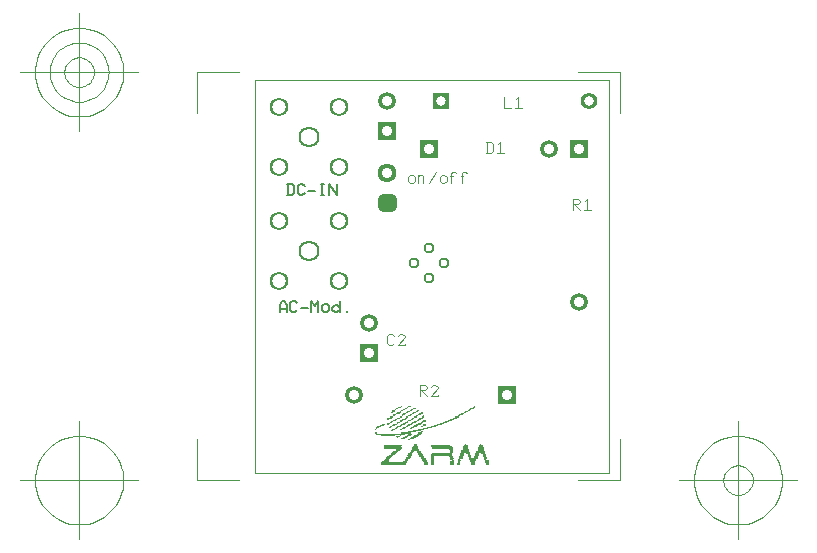
<source format=gbr>
G04 Generated by Ultiboard 10.0 *
%FSLAX25Y25*%
%MOIN*%

%ADD44C,0.00367*%
%ADD23C,0.00004*%
%ADD45C,0.00612*%
%ADD22C,0.00394*%
%ADD46C,0.06224X0.04724*%
%ADD47C,0.07012X0.05512*%
%ADD35R,0.05512X0.05512X0.03150*%
%ADD34C,0.05512X0.03150*%
%ADD36C,0.05906X0.03543*%
%ADD37R,0.05906X0.05906X0.03543*%
%ADD48C,0.03762X0.02362*%
%ADD38R,0.02083X0.02083X0.03917*%
%ADD18C,0.03917*%
%ADD29C,0.06334X0.03500*%


G04 ColorRGB 00FF00 for the following layer *
%LNCopper Top*%
%LPD*%
%FSLAX25Y25*%
%MOIN*%
G54D44*
X82864Y125362D02*
X82864Y121425D01*
X82864Y121425D02*
X85216Y121425D01*
X86784Y124575D02*
X87568Y125362D01*
X87568Y125362D02*
X87568Y121425D01*
X86392Y121425D02*
X88744Y121425D01*
X54864Y25425D02*
X54864Y29362D01*
X54864Y29362D02*
X56432Y29362D01*
X56432Y29362D02*
X57216Y28575D01*
X57216Y28575D02*
X57216Y28181D01*
X57216Y28181D02*
X56432Y27394D01*
X56432Y27394D02*
X54864Y27394D01*
X55256Y27394D02*
X57216Y25425D01*
X58392Y28575D02*
X59176Y29362D01*
X59176Y29362D02*
X59960Y29362D01*
X59960Y29362D02*
X60744Y28575D01*
X60744Y28575D02*
X60744Y28181D01*
X60744Y28181D02*
X58392Y25425D01*
X58392Y25425D02*
X60744Y25425D01*
X60744Y25425D02*
X60744Y25819D01*
X50809Y97213D02*
X51593Y96425D01*
X51593Y96425D02*
X52377Y96425D01*
X52377Y96425D02*
X53161Y97213D01*
X53161Y97213D02*
X53161Y98394D01*
X53161Y98394D02*
X52377Y99181D01*
X52377Y99181D02*
X51593Y99181D01*
X51593Y99181D02*
X50809Y98394D01*
X50809Y98394D02*
X50809Y97213D01*
X54337Y96425D02*
X54337Y98787D01*
X54337Y98787D02*
X54337Y99181D01*
X54337Y98787D02*
X54729Y99181D01*
X54729Y99181D02*
X55513Y99181D01*
X55513Y99181D02*
X55905Y98787D01*
X55905Y98787D02*
X55905Y96425D01*
X60216Y100362D02*
X57864Y96425D01*
X61392Y97213D02*
X62176Y96425D01*
X62176Y96425D02*
X62960Y96425D01*
X62960Y96425D02*
X63744Y97213D01*
X63744Y97213D02*
X63744Y98394D01*
X63744Y98394D02*
X62960Y99181D01*
X62960Y99181D02*
X62176Y99181D01*
X62176Y99181D02*
X61392Y98394D01*
X61392Y98394D02*
X61392Y97213D01*
X65311Y96425D02*
X65311Y99969D01*
X65311Y99969D02*
X65703Y100362D01*
X65703Y100362D02*
X66487Y100362D01*
X66487Y100362D02*
X66879Y99969D01*
X64920Y98787D02*
X65703Y98787D01*
X68839Y96425D02*
X68839Y99969D01*
X68839Y99969D02*
X69231Y100362D01*
X69231Y100362D02*
X70015Y100362D01*
X70015Y100362D02*
X70407Y99969D01*
X68447Y98787D02*
X69231Y98787D01*
X46216Y43213D02*
X45432Y42425D01*
X45432Y42425D02*
X44648Y42425D01*
X44648Y42425D02*
X43864Y43213D01*
X43864Y43213D02*
X43864Y45575D01*
X43864Y45575D02*
X44648Y46362D01*
X44648Y46362D02*
X45432Y46362D01*
X45432Y46362D02*
X46216Y45575D01*
X47392Y45575D02*
X48176Y46362D01*
X48176Y46362D02*
X48960Y46362D01*
X48960Y46362D02*
X49744Y45575D01*
X49744Y45575D02*
X49744Y45181D01*
X49744Y45181D02*
X47392Y42425D01*
X47392Y42425D02*
X49744Y42425D01*
X49744Y42425D02*
X49744Y42819D01*
X76864Y106425D02*
X78432Y106425D01*
X78432Y106425D02*
X79216Y107213D01*
X79216Y107213D02*
X79216Y109575D01*
X79216Y109575D02*
X78432Y110362D01*
X78432Y110362D02*
X76864Y110362D01*
X77256Y110362D02*
X77256Y106425D01*
X80784Y109575D02*
X81568Y110362D01*
X81568Y110362D02*
X81568Y106425D01*
X80392Y106425D02*
X82744Y106425D01*
X105864Y87425D02*
X105864Y91362D01*
X105864Y91362D02*
X107432Y91362D01*
X107432Y91362D02*
X108216Y90575D01*
X108216Y90575D02*
X108216Y90181D01*
X108216Y90181D02*
X107432Y89394D01*
X107432Y89394D02*
X105864Y89394D01*
X106256Y89394D02*
X108216Y87425D01*
X109784Y90575D02*
X110568Y91362D01*
X110568Y91362D02*
X110568Y87425D01*
X109392Y87425D02*
X111744Y87425D01*
G54D23*
G36*
X48485Y21932D02*
X48897Y21932D01*
X48897Y22288D01*
X48485Y22288D01*
X48485Y21932D01*
G37*
G36*
X50959Y21932D02*
X51371Y21932D01*
X51371Y22288D01*
X50959Y22288D01*
X50959Y21932D01*
G37*
G36*
X51371Y21932D02*
X51784Y21932D01*
X51784Y22288D01*
X51371Y22288D01*
X51371Y21932D01*
G37*
G36*
X72814Y21932D02*
X73227Y21932D01*
X73227Y22288D01*
X72814Y22288D01*
X72814Y21932D01*
G37*
G36*
X47660Y21576D02*
X48072Y21576D01*
X48072Y21932D01*
X47660Y21932D01*
X47660Y21576D01*
G37*
G36*
X48072Y21576D02*
X48485Y21576D01*
X48485Y21932D01*
X48072Y21932D01*
X48072Y21576D01*
G37*
G36*
X50546Y21576D02*
X50959Y21576D01*
X50959Y21932D01*
X50546Y21932D01*
X50546Y21576D01*
G37*
G36*
X72402Y21576D02*
X72814Y21576D01*
X72814Y21932D01*
X72402Y21932D01*
X72402Y21576D01*
G37*
G36*
X72814Y21576D02*
X73227Y21576D01*
X73227Y21932D01*
X72814Y21932D01*
X72814Y21576D01*
G37*
G36*
X46835Y21220D02*
X47247Y21220D01*
X47247Y21576D01*
X46835Y21576D01*
X46835Y21220D01*
G37*
G36*
X47247Y21220D02*
X47660Y21220D01*
X47660Y21576D01*
X47247Y21576D01*
X47247Y21220D01*
G37*
G36*
X49722Y21220D02*
X50134Y21220D01*
X50134Y21576D01*
X49722Y21576D01*
X49722Y21220D01*
G37*
G36*
X50134Y21220D02*
X50546Y21220D01*
X50546Y21576D01*
X50134Y21576D01*
X50134Y21220D01*
G37*
G36*
X52608Y21220D02*
X53021Y21220D01*
X53021Y21576D01*
X52608Y21576D01*
X52608Y21220D01*
G37*
G36*
X53021Y21220D02*
X53433Y21220D01*
X53433Y21576D01*
X53021Y21576D01*
X53021Y21220D01*
G37*
G36*
X71577Y21220D02*
X71990Y21220D01*
X71990Y21576D01*
X71577Y21576D01*
X71577Y21220D01*
G37*
G36*
X71990Y21220D02*
X72402Y21220D01*
X72402Y21576D01*
X71990Y21576D01*
X71990Y21220D01*
G37*
G36*
X72402Y21220D02*
X72814Y21220D01*
X72814Y21576D01*
X72402Y21576D01*
X72402Y21220D01*
G37*
G36*
X46423Y20864D02*
X46835Y20864D01*
X46835Y21220D01*
X46423Y21220D01*
X46423Y20864D01*
G37*
G36*
X49309Y20864D02*
X49722Y20864D01*
X49722Y21220D01*
X49309Y21220D01*
X49309Y20864D01*
G37*
G36*
X51784Y20864D02*
X52196Y20864D01*
X52196Y21220D01*
X51784Y21220D01*
X51784Y20864D01*
G37*
G36*
X52196Y20864D02*
X52608Y20864D01*
X52608Y21220D01*
X52196Y21220D01*
X52196Y20864D01*
G37*
G36*
X71165Y20864D02*
X71577Y20864D01*
X71577Y21220D01*
X71165Y21220D01*
X71165Y20864D01*
G37*
G36*
X71577Y20864D02*
X71990Y20864D01*
X71990Y21220D01*
X71577Y21220D01*
X71577Y20864D01*
G37*
G36*
X45598Y20508D02*
X46010Y20508D01*
X46010Y20864D01*
X45598Y20864D01*
X45598Y20508D01*
G37*
G36*
X46010Y20508D02*
X46423Y20508D01*
X46423Y20864D01*
X46010Y20864D01*
X46010Y20508D01*
G37*
G36*
X48485Y20508D02*
X48897Y20508D01*
X48897Y20864D01*
X48485Y20864D01*
X48485Y20508D01*
G37*
G36*
X48897Y20508D02*
X49309Y20508D01*
X49309Y20864D01*
X48897Y20864D01*
X48897Y20508D01*
G37*
G36*
X51371Y20508D02*
X51784Y20508D01*
X51784Y20864D01*
X51371Y20864D01*
X51371Y20508D01*
G37*
G36*
X51784Y20508D02*
X52196Y20508D01*
X52196Y20864D01*
X51784Y20864D01*
X51784Y20508D01*
G37*
G36*
X53845Y20508D02*
X54258Y20508D01*
X54258Y20864D01*
X53845Y20864D01*
X53845Y20508D01*
G37*
G36*
X54258Y20508D02*
X54670Y20508D01*
X54670Y20864D01*
X54258Y20864D01*
X54258Y20508D01*
G37*
G36*
X70753Y20508D02*
X71165Y20508D01*
X71165Y20864D01*
X70753Y20864D01*
X70753Y20508D01*
G37*
G36*
X71165Y20508D02*
X71577Y20508D01*
X71577Y20864D01*
X71165Y20864D01*
X71165Y20508D01*
G37*
G36*
X45598Y20153D02*
X46010Y20153D01*
X46010Y20508D01*
X45598Y20508D01*
X45598Y20153D01*
G37*
G36*
X46010Y20153D02*
X46423Y20153D01*
X46423Y20508D01*
X46010Y20508D01*
X46010Y20153D01*
G37*
G36*
X48072Y20153D02*
X48485Y20153D01*
X48485Y20508D01*
X48072Y20508D01*
X48072Y20153D01*
G37*
G36*
X50546Y20153D02*
X50959Y20153D01*
X50959Y20508D01*
X50546Y20508D01*
X50546Y20153D01*
G37*
G36*
X50959Y20153D02*
X51371Y20153D01*
X51371Y20508D01*
X50959Y20508D01*
X50959Y20153D01*
G37*
G36*
X53433Y20153D02*
X53845Y20153D01*
X53845Y20508D01*
X53433Y20508D01*
X53433Y20153D01*
G37*
G36*
X53845Y20153D02*
X54258Y20153D01*
X54258Y20508D01*
X53845Y20508D01*
X53845Y20153D01*
G37*
G36*
X69928Y20153D02*
X70340Y20153D01*
X70340Y20508D01*
X69928Y20508D01*
X69928Y20153D01*
G37*
G36*
X70340Y20153D02*
X70753Y20153D01*
X70753Y20508D01*
X70340Y20508D01*
X70340Y20153D01*
G37*
G36*
X45186Y19797D02*
X45598Y19797D01*
X45598Y20153D01*
X45186Y20153D01*
X45186Y19797D01*
G37*
G36*
X45598Y19797D02*
X46010Y19797D01*
X46010Y20153D01*
X45598Y20153D01*
X45598Y19797D01*
G37*
G36*
X47247Y19797D02*
X47660Y19797D01*
X47660Y20153D01*
X47247Y20153D01*
X47247Y19797D01*
G37*
G36*
X47660Y19797D02*
X48072Y19797D01*
X48072Y20153D01*
X47660Y20153D01*
X47660Y19797D01*
G37*
G36*
X48072Y19797D02*
X48485Y19797D01*
X48485Y20153D01*
X48072Y20153D01*
X48072Y19797D01*
G37*
G36*
X50134Y19797D02*
X50546Y19797D01*
X50546Y20153D01*
X50134Y20153D01*
X50134Y19797D01*
G37*
G36*
X50546Y19797D02*
X50959Y19797D01*
X50959Y20153D01*
X50546Y20153D01*
X50546Y19797D01*
G37*
G36*
X52608Y19797D02*
X53021Y19797D01*
X53021Y20153D01*
X52608Y20153D01*
X52608Y19797D01*
G37*
G36*
X53021Y19797D02*
X53433Y19797D01*
X53433Y20153D01*
X53021Y20153D01*
X53021Y19797D01*
G37*
G36*
X55082Y19797D02*
X55495Y19797D01*
X55495Y20153D01*
X55082Y20153D01*
X55082Y19797D01*
G37*
G36*
X55495Y19797D02*
X55907Y19797D01*
X55907Y20153D01*
X55495Y20153D01*
X55495Y19797D01*
G37*
G36*
X69515Y19797D02*
X69928Y19797D01*
X69928Y20153D01*
X69515Y20153D01*
X69515Y19797D01*
G37*
G36*
X69928Y19797D02*
X70340Y19797D01*
X70340Y20153D01*
X69928Y20153D01*
X69928Y19797D01*
G37*
G36*
X46835Y19441D02*
X47247Y19441D01*
X47247Y19797D01*
X46835Y19797D01*
X46835Y19441D01*
G37*
G36*
X47247Y19441D02*
X47660Y19441D01*
X47660Y19797D01*
X47247Y19797D01*
X47247Y19441D01*
G37*
G36*
X47660Y19441D02*
X48072Y19441D01*
X48072Y19797D01*
X47660Y19797D01*
X47660Y19441D01*
G37*
G36*
X49309Y19441D02*
X49722Y19441D01*
X49722Y19797D01*
X49309Y19797D01*
X49309Y19441D01*
G37*
G36*
X49722Y19441D02*
X50134Y19441D01*
X50134Y19797D01*
X49722Y19797D01*
X49722Y19441D01*
G37*
G36*
X52196Y19441D02*
X52608Y19441D01*
X52608Y19797D01*
X52196Y19797D01*
X52196Y19441D01*
G37*
G36*
X52608Y19441D02*
X53021Y19441D01*
X53021Y19797D01*
X52608Y19797D01*
X52608Y19441D01*
G37*
G36*
X54670Y19441D02*
X55082Y19441D01*
X55082Y19797D01*
X54670Y19797D01*
X54670Y19441D01*
G37*
G36*
X55082Y19441D02*
X55495Y19441D01*
X55495Y19797D01*
X55082Y19797D01*
X55082Y19441D01*
G37*
G36*
X55495Y19441D02*
X55907Y19441D01*
X55907Y19797D01*
X55495Y19797D01*
X55495Y19441D01*
G37*
G36*
X68691Y19441D02*
X69103Y19441D01*
X69103Y19797D01*
X68691Y19797D01*
X68691Y19441D01*
G37*
G36*
X69103Y19441D02*
X69515Y19441D01*
X69515Y19797D01*
X69103Y19797D01*
X69103Y19441D01*
G37*
G36*
X46010Y19085D02*
X46423Y19085D01*
X46423Y19441D01*
X46010Y19441D01*
X46010Y19085D01*
G37*
G36*
X46423Y19085D02*
X46835Y19085D01*
X46835Y19441D01*
X46423Y19441D01*
X46423Y19085D01*
G37*
G36*
X48897Y19085D02*
X49309Y19085D01*
X49309Y19441D01*
X48897Y19441D01*
X48897Y19085D01*
G37*
G36*
X49309Y19085D02*
X49722Y19085D01*
X49722Y19441D01*
X49309Y19441D01*
X49309Y19085D01*
G37*
G36*
X51371Y19085D02*
X51784Y19085D01*
X51784Y19441D01*
X51371Y19441D01*
X51371Y19085D01*
G37*
G36*
X51784Y19085D02*
X52196Y19085D01*
X52196Y19441D01*
X51784Y19441D01*
X51784Y19085D01*
G37*
G36*
X54258Y19085D02*
X54670Y19085D01*
X54670Y19441D01*
X54258Y19441D01*
X54258Y19085D01*
G37*
G36*
X54670Y19085D02*
X55082Y19085D01*
X55082Y19441D01*
X54670Y19441D01*
X54670Y19085D01*
G37*
G36*
X67866Y19085D02*
X68278Y19085D01*
X68278Y19441D01*
X67866Y19441D01*
X67866Y19085D01*
G37*
G36*
X68278Y19085D02*
X68691Y19085D01*
X68691Y19441D01*
X68278Y19441D01*
X68278Y19085D01*
G37*
G36*
X68691Y19085D02*
X69103Y19085D01*
X69103Y19441D01*
X68691Y19441D01*
X68691Y19085D01*
G37*
G36*
X46010Y18729D02*
X46423Y18729D01*
X46423Y19085D01*
X46010Y19085D01*
X46010Y18729D01*
G37*
G36*
X48897Y18729D02*
X49309Y18729D01*
X49309Y19085D01*
X48897Y19085D01*
X48897Y18729D01*
G37*
G36*
X50959Y18729D02*
X51371Y18729D01*
X51371Y19085D01*
X50959Y19085D01*
X50959Y18729D01*
G37*
G36*
X51371Y18729D02*
X51784Y18729D01*
X51784Y19085D01*
X51371Y19085D01*
X51371Y18729D01*
G37*
G36*
X53433Y18729D02*
X53845Y18729D01*
X53845Y19085D01*
X53433Y19085D01*
X53433Y18729D01*
G37*
G36*
X53845Y18729D02*
X54258Y18729D01*
X54258Y19085D01*
X53845Y19085D01*
X53845Y18729D01*
G37*
G36*
X55907Y18729D02*
X56320Y18729D01*
X56320Y19085D01*
X55907Y19085D01*
X55907Y18729D01*
G37*
G36*
X67454Y18729D02*
X67866Y18729D01*
X67866Y19085D01*
X67454Y19085D01*
X67454Y18729D01*
G37*
G36*
X67866Y18729D02*
X68278Y18729D01*
X68278Y19085D01*
X67866Y19085D01*
X67866Y18729D01*
G37*
G36*
X44773Y18373D02*
X45186Y18373D01*
X45186Y18729D01*
X44773Y18729D01*
X44773Y18373D01*
G37*
G36*
X45186Y18373D02*
X45598Y18373D01*
X45598Y18729D01*
X45186Y18729D01*
X45186Y18373D01*
G37*
G36*
X45598Y18373D02*
X46010Y18373D01*
X46010Y18729D01*
X45598Y18729D01*
X45598Y18373D01*
G37*
G36*
X48072Y18373D02*
X48485Y18373D01*
X48485Y18729D01*
X48072Y18729D01*
X48072Y18373D01*
G37*
G36*
X48485Y18373D02*
X48897Y18373D01*
X48897Y18729D01*
X48485Y18729D01*
X48485Y18373D01*
G37*
G36*
X50134Y18373D02*
X50546Y18373D01*
X50546Y18729D01*
X50134Y18729D01*
X50134Y18373D01*
G37*
G36*
X50546Y18373D02*
X50959Y18373D01*
X50959Y18729D01*
X50546Y18729D01*
X50546Y18373D01*
G37*
G36*
X53021Y18373D02*
X53433Y18373D01*
X53433Y18729D01*
X53021Y18729D01*
X53021Y18373D01*
G37*
G36*
X53433Y18373D02*
X53845Y18373D01*
X53845Y18729D01*
X53433Y18729D01*
X53433Y18373D01*
G37*
G36*
X55495Y18373D02*
X55907Y18373D01*
X55907Y18729D01*
X55495Y18729D01*
X55495Y18373D01*
G37*
G36*
X55907Y18373D02*
X56320Y18373D01*
X56320Y18729D01*
X55907Y18729D01*
X55907Y18373D01*
G37*
G36*
X66629Y18373D02*
X67041Y18373D01*
X67041Y18729D01*
X66629Y18729D01*
X66629Y18373D01*
G37*
G36*
X67041Y18373D02*
X67454Y18373D01*
X67454Y18729D01*
X67041Y18729D01*
X67041Y18373D01*
G37*
G36*
X67454Y18373D02*
X67866Y18373D01*
X67866Y18729D01*
X67454Y18729D01*
X67454Y18373D01*
G37*
G36*
X43948Y18017D02*
X44361Y18017D01*
X44361Y18373D01*
X43948Y18373D01*
X43948Y18017D01*
G37*
G36*
X44361Y18017D02*
X44773Y18017D01*
X44773Y18373D01*
X44361Y18373D01*
X44361Y18017D01*
G37*
G36*
X44773Y18017D02*
X45186Y18017D01*
X45186Y18373D01*
X44773Y18373D01*
X44773Y18017D01*
G37*
G36*
X45186Y18017D02*
X45598Y18017D01*
X45598Y18373D01*
X45186Y18373D01*
X45186Y18017D01*
G37*
G36*
X47247Y18017D02*
X47660Y18017D01*
X47660Y18373D01*
X47247Y18373D01*
X47247Y18017D01*
G37*
G36*
X47660Y18017D02*
X48072Y18017D01*
X48072Y18373D01*
X47660Y18373D01*
X47660Y18017D01*
G37*
G36*
X49722Y18017D02*
X50134Y18017D01*
X50134Y18373D01*
X49722Y18373D01*
X49722Y18017D01*
G37*
G36*
X50134Y18017D02*
X50546Y18017D01*
X50546Y18373D01*
X50134Y18373D01*
X50134Y18017D01*
G37*
G36*
X52196Y18017D02*
X52608Y18017D01*
X52608Y18373D01*
X52196Y18373D01*
X52196Y18017D01*
G37*
G36*
X52608Y18017D02*
X53021Y18017D01*
X53021Y18373D01*
X52608Y18373D01*
X52608Y18017D01*
G37*
G36*
X54670Y18017D02*
X55082Y18017D01*
X55082Y18373D01*
X54670Y18373D01*
X54670Y18017D01*
G37*
G36*
X55082Y18017D02*
X55495Y18017D01*
X55495Y18373D01*
X55082Y18373D01*
X55082Y18017D01*
G37*
G36*
X55495Y18017D02*
X55907Y18017D01*
X55907Y18373D01*
X55495Y18373D01*
X55495Y18017D01*
G37*
G36*
X65804Y18017D02*
X66216Y18017D01*
X66216Y18373D01*
X65804Y18373D01*
X65804Y18017D01*
G37*
G36*
X66216Y18017D02*
X66629Y18017D01*
X66629Y18373D01*
X66216Y18373D01*
X66216Y18017D01*
G37*
G36*
X66629Y18017D02*
X67041Y18017D01*
X67041Y18373D01*
X66629Y18373D01*
X66629Y18017D01*
G37*
G36*
X43948Y17661D02*
X44361Y17661D01*
X44361Y18017D01*
X43948Y18017D01*
X43948Y17661D01*
G37*
G36*
X46423Y17661D02*
X46835Y17661D01*
X46835Y18017D01*
X46423Y18017D01*
X46423Y17661D01*
G37*
G36*
X46835Y17661D02*
X47247Y17661D01*
X47247Y18017D01*
X46835Y18017D01*
X46835Y17661D01*
G37*
G36*
X48897Y17661D02*
X49309Y17661D01*
X49309Y18017D01*
X48897Y18017D01*
X48897Y17661D01*
G37*
G36*
X49309Y17661D02*
X49722Y17661D01*
X49722Y18017D01*
X49309Y18017D01*
X49309Y17661D01*
G37*
G36*
X49722Y17661D02*
X50134Y17661D01*
X50134Y18017D01*
X49722Y18017D01*
X49722Y17661D01*
G37*
G36*
X51784Y17661D02*
X52196Y17661D01*
X52196Y18017D01*
X51784Y18017D01*
X51784Y17661D01*
G37*
G36*
X52196Y17661D02*
X52608Y17661D01*
X52608Y18017D01*
X52196Y18017D01*
X52196Y17661D01*
G37*
G36*
X54258Y17661D02*
X54670Y17661D01*
X54670Y18017D01*
X54258Y18017D01*
X54258Y17661D01*
G37*
G36*
X54670Y17661D02*
X55082Y17661D01*
X55082Y18017D01*
X54670Y18017D01*
X54670Y17661D01*
G37*
G36*
X64979Y17661D02*
X65392Y17661D01*
X65392Y18017D01*
X64979Y18017D01*
X64979Y17661D01*
G37*
G36*
X65392Y17661D02*
X65804Y17661D01*
X65804Y18017D01*
X65392Y18017D01*
X65392Y17661D01*
G37*
G36*
X65804Y17661D02*
X66216Y17661D01*
X66216Y18017D01*
X65804Y18017D01*
X65804Y17661D01*
G37*
G36*
X46010Y17305D02*
X46423Y17305D01*
X46423Y17661D01*
X46010Y17661D01*
X46010Y17305D01*
G37*
G36*
X46423Y17305D02*
X46835Y17305D01*
X46835Y17661D01*
X46423Y17661D01*
X46423Y17305D01*
G37*
G36*
X48072Y17305D02*
X48485Y17305D01*
X48485Y17661D01*
X48072Y17661D01*
X48072Y17305D01*
G37*
G36*
X48485Y17305D02*
X48897Y17305D01*
X48897Y17661D01*
X48485Y17661D01*
X48485Y17305D01*
G37*
G36*
X48897Y17305D02*
X49309Y17305D01*
X49309Y17661D01*
X48897Y17661D01*
X48897Y17305D01*
G37*
G36*
X50959Y17305D02*
X51371Y17305D01*
X51371Y17661D01*
X50959Y17661D01*
X50959Y17305D01*
G37*
G36*
X51371Y17305D02*
X51784Y17305D01*
X51784Y17661D01*
X51371Y17661D01*
X51371Y17305D01*
G37*
G36*
X53845Y17305D02*
X54258Y17305D01*
X54258Y17661D01*
X53845Y17661D01*
X53845Y17305D01*
G37*
G36*
X54258Y17305D02*
X54670Y17305D01*
X54670Y17661D01*
X54258Y17661D01*
X54258Y17305D01*
G37*
G36*
X55907Y17305D02*
X56320Y17305D01*
X56320Y17661D01*
X55907Y17661D01*
X55907Y17305D01*
G37*
G36*
X56320Y17305D02*
X56732Y17305D01*
X56732Y17661D01*
X56320Y17661D01*
X56320Y17305D01*
G37*
G36*
X64155Y17305D02*
X64567Y17305D01*
X64567Y17661D01*
X64155Y17661D01*
X64155Y17305D01*
G37*
G36*
X64567Y17305D02*
X64979Y17305D01*
X64979Y17661D01*
X64567Y17661D01*
X64567Y17305D01*
G37*
G36*
X64979Y17305D02*
X65392Y17305D01*
X65392Y17661D01*
X64979Y17661D01*
X64979Y17305D01*
G37*
G36*
X45186Y16949D02*
X45598Y16949D01*
X45598Y17305D01*
X45186Y17305D01*
X45186Y16949D01*
G37*
G36*
X45598Y16949D02*
X46010Y16949D01*
X46010Y17305D01*
X45598Y17305D01*
X45598Y16949D01*
G37*
G36*
X48072Y16949D02*
X48485Y16949D01*
X48485Y17305D01*
X48072Y17305D01*
X48072Y16949D01*
G37*
G36*
X48485Y16949D02*
X48897Y16949D01*
X48897Y17305D01*
X48485Y17305D01*
X48485Y16949D01*
G37*
G36*
X50546Y16949D02*
X50959Y16949D01*
X50959Y17305D01*
X50546Y17305D01*
X50546Y16949D01*
G37*
G36*
X53021Y16949D02*
X53433Y16949D01*
X53433Y17305D01*
X53021Y17305D01*
X53021Y16949D01*
G37*
G36*
X53433Y16949D02*
X53845Y16949D01*
X53845Y17305D01*
X53433Y17305D01*
X53433Y16949D01*
G37*
G36*
X55495Y16949D02*
X55907Y16949D01*
X55907Y17305D01*
X55495Y17305D01*
X55495Y16949D01*
G37*
G36*
X55907Y16949D02*
X56320Y16949D01*
X56320Y17305D01*
X55907Y17305D01*
X55907Y16949D01*
G37*
G36*
X56320Y16949D02*
X56732Y16949D01*
X56732Y17305D01*
X56320Y17305D01*
X56320Y16949D01*
G37*
G36*
X63330Y16949D02*
X63742Y16949D01*
X63742Y17305D01*
X63330Y17305D01*
X63330Y16949D01*
G37*
G36*
X63742Y16949D02*
X64155Y16949D01*
X64155Y17305D01*
X63742Y17305D01*
X63742Y16949D01*
G37*
G36*
X64155Y16949D02*
X64567Y16949D01*
X64567Y17305D01*
X64155Y17305D01*
X64155Y16949D01*
G37*
G36*
X44773Y16593D02*
X45186Y16593D01*
X45186Y16949D01*
X44773Y16949D01*
X44773Y16593D01*
G37*
G36*
X45186Y16593D02*
X45598Y16593D01*
X45598Y16949D01*
X45186Y16949D01*
X45186Y16593D01*
G37*
G36*
X47247Y16593D02*
X47660Y16593D01*
X47660Y16949D01*
X47247Y16949D01*
X47247Y16593D01*
G37*
G36*
X47660Y16593D02*
X48072Y16593D01*
X48072Y16949D01*
X47660Y16949D01*
X47660Y16593D01*
G37*
G36*
X49722Y16593D02*
X50134Y16593D01*
X50134Y16949D01*
X49722Y16949D01*
X49722Y16593D01*
G37*
G36*
X50134Y16593D02*
X50546Y16593D01*
X50546Y16949D01*
X50134Y16949D01*
X50134Y16593D01*
G37*
G36*
X50546Y16593D02*
X50959Y16593D01*
X50959Y16949D01*
X50546Y16949D01*
X50546Y16593D01*
G37*
G36*
X52196Y16593D02*
X52608Y16593D01*
X52608Y16949D01*
X52196Y16949D01*
X52196Y16593D01*
G37*
G36*
X52608Y16593D02*
X53021Y16593D01*
X53021Y16949D01*
X52608Y16949D01*
X52608Y16593D01*
G37*
G36*
X53021Y16593D02*
X53433Y16593D01*
X53433Y16949D01*
X53021Y16949D01*
X53021Y16593D01*
G37*
G36*
X55082Y16593D02*
X55495Y16593D01*
X55495Y16949D01*
X55082Y16949D01*
X55082Y16593D01*
G37*
G36*
X55495Y16593D02*
X55907Y16593D01*
X55907Y16949D01*
X55495Y16949D01*
X55495Y16593D01*
G37*
G36*
X62505Y16593D02*
X62918Y16593D01*
X62918Y16949D01*
X62505Y16949D01*
X62505Y16593D01*
G37*
G36*
X62918Y16593D02*
X63330Y16593D01*
X63330Y16949D01*
X62918Y16949D01*
X62918Y16593D01*
G37*
G36*
X63330Y16593D02*
X63742Y16593D01*
X63742Y16949D01*
X63330Y16949D01*
X63330Y16593D01*
G37*
G36*
X43948Y16237D02*
X44361Y16237D01*
X44361Y16593D01*
X43948Y16593D01*
X43948Y16237D01*
G37*
G36*
X44361Y16237D02*
X44773Y16237D01*
X44773Y16593D01*
X44361Y16593D01*
X44361Y16237D01*
G37*
G36*
X47247Y16237D02*
X47660Y16237D01*
X47660Y16593D01*
X47247Y16593D01*
X47247Y16237D01*
G37*
G36*
X49309Y16237D02*
X49722Y16237D01*
X49722Y16593D01*
X49309Y16593D01*
X49309Y16237D01*
G37*
G36*
X49722Y16237D02*
X50134Y16237D01*
X50134Y16593D01*
X49722Y16593D01*
X49722Y16237D01*
G37*
G36*
X51784Y16237D02*
X52196Y16237D01*
X52196Y16593D01*
X51784Y16593D01*
X51784Y16237D01*
G37*
G36*
X52196Y16237D02*
X52608Y16237D01*
X52608Y16593D01*
X52196Y16593D01*
X52196Y16237D01*
G37*
G36*
X54258Y16237D02*
X54670Y16237D01*
X54670Y16593D01*
X54258Y16593D01*
X54258Y16237D01*
G37*
G36*
X54670Y16237D02*
X55082Y16237D01*
X55082Y16593D01*
X54670Y16593D01*
X54670Y16237D01*
G37*
G36*
X55082Y16237D02*
X55495Y16237D01*
X55495Y16593D01*
X55082Y16593D01*
X55082Y16237D01*
G37*
G36*
X61680Y16237D02*
X62093Y16237D01*
X62093Y16593D01*
X61680Y16593D01*
X61680Y16237D01*
G37*
G36*
X62093Y16237D02*
X62505Y16237D01*
X62505Y16593D01*
X62093Y16593D01*
X62093Y16237D01*
G37*
G36*
X62505Y16237D02*
X62918Y16237D01*
X62918Y16593D01*
X62505Y16593D01*
X62505Y16237D01*
G37*
G36*
X42299Y15881D02*
X42711Y15881D01*
X42711Y16237D01*
X42299Y16237D01*
X42299Y15881D01*
G37*
G36*
X42711Y15881D02*
X43124Y15881D01*
X43124Y16237D01*
X42711Y16237D01*
X42711Y15881D01*
G37*
G36*
X43948Y15881D02*
X44361Y15881D01*
X44361Y16237D01*
X43948Y16237D01*
X43948Y15881D01*
G37*
G36*
X46010Y15881D02*
X46423Y15881D01*
X46423Y16237D01*
X46010Y16237D01*
X46010Y15881D01*
G37*
G36*
X46423Y15881D02*
X46835Y15881D01*
X46835Y16237D01*
X46423Y16237D01*
X46423Y15881D01*
G37*
G36*
X46835Y15881D02*
X47247Y15881D01*
X47247Y16237D01*
X46835Y16237D01*
X46835Y15881D01*
G37*
G36*
X48485Y15881D02*
X48897Y15881D01*
X48897Y16237D01*
X48485Y16237D01*
X48485Y15881D01*
G37*
G36*
X48897Y15881D02*
X49309Y15881D01*
X49309Y16237D01*
X48897Y16237D01*
X48897Y15881D01*
G37*
G36*
X49309Y15881D02*
X49722Y15881D01*
X49722Y16237D01*
X49309Y16237D01*
X49309Y15881D01*
G37*
G36*
X50959Y15881D02*
X51371Y15881D01*
X51371Y16237D01*
X50959Y16237D01*
X50959Y15881D01*
G37*
G36*
X51371Y15881D02*
X51784Y15881D01*
X51784Y16237D01*
X51371Y16237D01*
X51371Y15881D01*
G37*
G36*
X51784Y15881D02*
X52196Y15881D01*
X52196Y16237D01*
X51784Y16237D01*
X51784Y15881D01*
G37*
G36*
X53433Y15881D02*
X53845Y15881D01*
X53845Y16237D01*
X53433Y16237D01*
X53433Y15881D01*
G37*
G36*
X53845Y15881D02*
X54258Y15881D01*
X54258Y16237D01*
X53845Y16237D01*
X53845Y15881D01*
G37*
G36*
X54258Y15881D02*
X54670Y15881D01*
X54670Y16237D01*
X54258Y16237D01*
X54258Y15881D01*
G37*
G36*
X54670Y15881D02*
X55082Y15881D01*
X55082Y16237D01*
X54670Y16237D01*
X54670Y15881D01*
G37*
G36*
X55907Y15881D02*
X56320Y15881D01*
X56320Y16237D01*
X55907Y16237D01*
X55907Y15881D01*
G37*
G36*
X56320Y15881D02*
X56732Y15881D01*
X56732Y16237D01*
X56320Y16237D01*
X56320Y15881D01*
G37*
G36*
X60443Y15881D02*
X60856Y15881D01*
X60856Y16237D01*
X60443Y16237D01*
X60443Y15881D01*
G37*
G36*
X60856Y15881D02*
X61268Y15881D01*
X61268Y16237D01*
X60856Y16237D01*
X60856Y15881D01*
G37*
G36*
X61268Y15881D02*
X61680Y15881D01*
X61680Y16237D01*
X61268Y16237D01*
X61268Y15881D01*
G37*
G36*
X61680Y15881D02*
X62093Y15881D01*
X62093Y16237D01*
X61680Y16237D01*
X61680Y15881D01*
G37*
G36*
X41474Y15525D02*
X41887Y15525D01*
X41887Y15881D01*
X41474Y15881D01*
X41474Y15525D01*
G37*
G36*
X41887Y15525D02*
X42299Y15525D01*
X42299Y15881D01*
X41887Y15881D01*
X41887Y15525D01*
G37*
G36*
X42299Y15525D02*
X42711Y15525D01*
X42711Y15881D01*
X42299Y15881D01*
X42299Y15525D01*
G37*
G36*
X45598Y15525D02*
X46010Y15525D01*
X46010Y15881D01*
X45598Y15881D01*
X45598Y15525D01*
G37*
G36*
X46010Y15525D02*
X46423Y15525D01*
X46423Y15881D01*
X46010Y15881D01*
X46010Y15525D01*
G37*
G36*
X48072Y15525D02*
X48485Y15525D01*
X48485Y15881D01*
X48072Y15881D01*
X48072Y15525D01*
G37*
G36*
X48485Y15525D02*
X48897Y15525D01*
X48897Y15881D01*
X48485Y15881D01*
X48485Y15525D01*
G37*
G36*
X50546Y15525D02*
X50959Y15525D01*
X50959Y15881D01*
X50546Y15881D01*
X50546Y15525D01*
G37*
G36*
X50959Y15525D02*
X51371Y15525D01*
X51371Y15881D01*
X50959Y15881D01*
X50959Y15525D01*
G37*
G36*
X53021Y15525D02*
X53433Y15525D01*
X53433Y15881D01*
X53021Y15881D01*
X53021Y15525D01*
G37*
G36*
X53433Y15525D02*
X53845Y15525D01*
X53845Y15881D01*
X53433Y15881D01*
X53433Y15525D01*
G37*
G36*
X53845Y15525D02*
X54258Y15525D01*
X54258Y15881D01*
X53845Y15881D01*
X53845Y15525D01*
G37*
G36*
X55907Y15525D02*
X56320Y15525D01*
X56320Y15881D01*
X55907Y15881D01*
X55907Y15525D01*
G37*
G36*
X56320Y15525D02*
X56732Y15525D01*
X56732Y15881D01*
X56320Y15881D01*
X56320Y15525D01*
G37*
G36*
X59619Y15525D02*
X60031Y15525D01*
X60031Y15881D01*
X59619Y15881D01*
X59619Y15525D01*
G37*
G36*
X60031Y15525D02*
X60443Y15525D01*
X60443Y15881D01*
X60031Y15881D01*
X60031Y15525D01*
G37*
G36*
X60443Y15525D02*
X60856Y15525D01*
X60856Y15881D01*
X60443Y15881D01*
X60443Y15525D01*
G37*
G36*
X40649Y15169D02*
X41062Y15169D01*
X41062Y15525D01*
X40649Y15525D01*
X40649Y15169D01*
G37*
G36*
X41062Y15169D02*
X41474Y15169D01*
X41474Y15525D01*
X41062Y15525D01*
X41062Y15169D01*
G37*
G36*
X41474Y15169D02*
X41887Y15169D01*
X41887Y15525D01*
X41474Y15525D01*
X41474Y15169D01*
G37*
G36*
X44773Y15169D02*
X45186Y15169D01*
X45186Y15525D01*
X44773Y15525D01*
X44773Y15169D01*
G37*
G36*
X45186Y15169D02*
X45598Y15169D01*
X45598Y15525D01*
X45186Y15525D01*
X45186Y15169D01*
G37*
G36*
X47247Y15169D02*
X47660Y15169D01*
X47660Y15525D01*
X47247Y15525D01*
X47247Y15169D01*
G37*
G36*
X47660Y15169D02*
X48072Y15169D01*
X48072Y15525D01*
X47660Y15525D01*
X47660Y15169D01*
G37*
G36*
X48072Y15169D02*
X48485Y15169D01*
X48485Y15525D01*
X48072Y15525D01*
X48072Y15169D01*
G37*
G36*
X50134Y15169D02*
X50546Y15169D01*
X50546Y15525D01*
X50134Y15525D01*
X50134Y15169D01*
G37*
G36*
X50546Y15169D02*
X50959Y15169D01*
X50959Y15525D01*
X50546Y15525D01*
X50546Y15169D01*
G37*
G36*
X52608Y15169D02*
X53021Y15169D01*
X53021Y15525D01*
X52608Y15525D01*
X52608Y15169D01*
G37*
G36*
X53021Y15169D02*
X53433Y15169D01*
X53433Y15525D01*
X53021Y15525D01*
X53021Y15169D01*
G37*
G36*
X53433Y15169D02*
X53845Y15169D01*
X53845Y15525D01*
X53433Y15525D01*
X53433Y15169D01*
G37*
G36*
X55082Y15169D02*
X55495Y15169D01*
X55495Y15525D01*
X55082Y15525D01*
X55082Y15169D01*
G37*
G36*
X55495Y15169D02*
X55907Y15169D01*
X55907Y15525D01*
X55495Y15525D01*
X55495Y15169D01*
G37*
G36*
X58381Y15169D02*
X58794Y15169D01*
X58794Y15525D01*
X58381Y15525D01*
X58381Y15169D01*
G37*
G36*
X58794Y15169D02*
X59206Y15169D01*
X59206Y15525D01*
X58794Y15525D01*
X58794Y15169D01*
G37*
G36*
X59206Y15169D02*
X59619Y15169D01*
X59619Y15525D01*
X59206Y15525D01*
X59206Y15169D01*
G37*
G36*
X59619Y15169D02*
X60031Y15169D01*
X60031Y15525D01*
X59619Y15525D01*
X59619Y15169D01*
G37*
G36*
X40237Y14814D02*
X40649Y14814D01*
X40649Y15169D01*
X40237Y15169D01*
X40237Y14814D01*
G37*
G36*
X40649Y14814D02*
X41062Y14814D01*
X41062Y15169D01*
X40649Y15169D01*
X40649Y14814D01*
G37*
G36*
X44361Y14814D02*
X44773Y14814D01*
X44773Y15169D01*
X44361Y15169D01*
X44361Y14814D01*
G37*
G36*
X44773Y14814D02*
X45186Y14814D01*
X45186Y15169D01*
X44773Y15169D01*
X44773Y14814D01*
G37*
G36*
X46835Y14814D02*
X47247Y14814D01*
X47247Y15169D01*
X46835Y15169D01*
X46835Y14814D01*
G37*
G36*
X47247Y14814D02*
X47660Y14814D01*
X47660Y15169D01*
X47247Y15169D01*
X47247Y14814D01*
G37*
G36*
X49309Y14814D02*
X49722Y14814D01*
X49722Y15169D01*
X49309Y15169D01*
X49309Y14814D01*
G37*
G36*
X49722Y14814D02*
X50134Y14814D01*
X50134Y15169D01*
X49722Y15169D01*
X49722Y14814D01*
G37*
G36*
X51784Y14814D02*
X52196Y14814D01*
X52196Y15169D01*
X51784Y15169D01*
X51784Y14814D01*
G37*
G36*
X52196Y14814D02*
X52608Y14814D01*
X52608Y15169D01*
X52196Y15169D01*
X52196Y14814D01*
G37*
G36*
X52608Y14814D02*
X53021Y14814D01*
X53021Y15169D01*
X52608Y15169D01*
X52608Y14814D01*
G37*
G36*
X57144Y14814D02*
X57557Y14814D01*
X57557Y15169D01*
X57144Y15169D01*
X57144Y14814D01*
G37*
G36*
X57557Y14814D02*
X57969Y14814D01*
X57969Y15169D01*
X57557Y15169D01*
X57557Y14814D01*
G37*
G36*
X57969Y14814D02*
X58381Y14814D01*
X58381Y15169D01*
X57969Y15169D01*
X57969Y14814D01*
G37*
G36*
X58381Y14814D02*
X58794Y14814D01*
X58794Y15169D01*
X58381Y15169D01*
X58381Y14814D01*
G37*
G36*
X40237Y14458D02*
X40649Y14458D01*
X40649Y14814D01*
X40237Y14814D01*
X40237Y14458D01*
G37*
G36*
X46423Y14458D02*
X46835Y14458D01*
X46835Y14814D01*
X46423Y14814D01*
X46423Y14458D01*
G37*
G36*
X46835Y14458D02*
X47247Y14458D01*
X47247Y14814D01*
X46835Y14814D01*
X46835Y14458D01*
G37*
G36*
X48897Y14458D02*
X49309Y14458D01*
X49309Y14814D01*
X48897Y14814D01*
X48897Y14458D01*
G37*
G36*
X49309Y14458D02*
X49722Y14458D01*
X49722Y14814D01*
X49309Y14814D01*
X49309Y14458D01*
G37*
G36*
X51371Y14458D02*
X51784Y14458D01*
X51784Y14814D01*
X51371Y14814D01*
X51371Y14458D01*
G37*
G36*
X51784Y14458D02*
X52196Y14458D01*
X52196Y14814D01*
X51784Y14814D01*
X51784Y14458D01*
G37*
G36*
X55907Y14458D02*
X56320Y14458D01*
X56320Y14814D01*
X55907Y14814D01*
X55907Y14458D01*
G37*
G36*
X56320Y14458D02*
X56732Y14458D01*
X56732Y14814D01*
X56320Y14814D01*
X56320Y14458D01*
G37*
G36*
X56732Y14458D02*
X57144Y14458D01*
X57144Y14814D01*
X56732Y14814D01*
X56732Y14458D01*
G37*
G36*
X57144Y14458D02*
X57557Y14458D01*
X57557Y14814D01*
X57144Y14814D01*
X57144Y14458D01*
G37*
G36*
X39825Y14102D02*
X40237Y14102D01*
X40237Y14458D01*
X39825Y14458D01*
X39825Y14102D01*
G37*
G36*
X45598Y14102D02*
X46010Y14102D01*
X46010Y14458D01*
X45598Y14458D01*
X45598Y14102D01*
G37*
G36*
X46010Y14102D02*
X46423Y14102D01*
X46423Y14458D01*
X46010Y14458D01*
X46010Y14102D01*
G37*
G36*
X48072Y14102D02*
X48485Y14102D01*
X48485Y14458D01*
X48072Y14458D01*
X48072Y14102D01*
G37*
G36*
X48485Y14102D02*
X48897Y14102D01*
X48897Y14458D01*
X48485Y14458D01*
X48485Y14102D01*
G37*
G36*
X54258Y14102D02*
X54670Y14102D01*
X54670Y14458D01*
X54258Y14458D01*
X54258Y14102D01*
G37*
G36*
X54670Y14102D02*
X55082Y14102D01*
X55082Y14458D01*
X54670Y14458D01*
X54670Y14102D01*
G37*
G36*
X55082Y14102D02*
X55495Y14102D01*
X55495Y14458D01*
X55082Y14458D01*
X55082Y14102D01*
G37*
G36*
X55495Y14102D02*
X55907Y14102D01*
X55907Y14458D01*
X55495Y14458D01*
X55495Y14102D01*
G37*
G36*
X55907Y14102D02*
X56320Y14102D01*
X56320Y14458D01*
X55907Y14458D01*
X55907Y14102D01*
G37*
G36*
X45186Y13746D02*
X45598Y13746D01*
X45598Y14102D01*
X45186Y14102D01*
X45186Y13746D01*
G37*
G36*
X45598Y13746D02*
X46010Y13746D01*
X46010Y14102D01*
X45598Y14102D01*
X45598Y13746D01*
G37*
G36*
X52608Y13746D02*
X53021Y13746D01*
X53021Y14102D01*
X52608Y14102D01*
X52608Y13746D01*
G37*
G36*
X53021Y13746D02*
X53433Y13746D01*
X53433Y14102D01*
X53021Y14102D01*
X53021Y13746D01*
G37*
G36*
X53433Y13746D02*
X53845Y13746D01*
X53845Y14102D01*
X53433Y14102D01*
X53433Y13746D01*
G37*
G36*
X53845Y13746D02*
X54258Y13746D01*
X54258Y14102D01*
X53845Y14102D01*
X53845Y13746D01*
G37*
G36*
X54258Y13746D02*
X54670Y13746D01*
X54670Y14102D01*
X54258Y14102D01*
X54258Y13746D01*
G37*
G36*
X54670Y13746D02*
X55082Y13746D01*
X55082Y14102D01*
X54670Y14102D01*
X54670Y13746D01*
G37*
G36*
X50959Y13390D02*
X51371Y13390D01*
X51371Y13746D01*
X50959Y13746D01*
X50959Y13390D01*
G37*
G36*
X51371Y13390D02*
X51784Y13390D01*
X51784Y13746D01*
X51371Y13746D01*
X51371Y13390D01*
G37*
G36*
X51784Y13390D02*
X52196Y13390D01*
X52196Y13746D01*
X51784Y13746D01*
X51784Y13390D01*
G37*
G36*
X52196Y13390D02*
X52608Y13390D01*
X52608Y13746D01*
X52196Y13746D01*
X52196Y13390D01*
G37*
G36*
X52608Y13390D02*
X53021Y13390D01*
X53021Y13746D01*
X52608Y13746D01*
X52608Y13390D01*
G37*
G36*
X53021Y13390D02*
X53433Y13390D01*
X53433Y13746D01*
X53021Y13746D01*
X53021Y13390D01*
G37*
G36*
X55082Y13390D02*
X55495Y13390D01*
X55495Y13746D01*
X55082Y13746D01*
X55082Y13390D01*
G37*
G36*
X55495Y13390D02*
X55907Y13390D01*
X55907Y13746D01*
X55495Y13746D01*
X55495Y13390D01*
G37*
G36*
X39825Y13034D02*
X40237Y13034D01*
X40237Y13390D01*
X39825Y13390D01*
X39825Y13034D01*
G37*
G36*
X40237Y13034D02*
X40649Y13034D01*
X40649Y13390D01*
X40237Y13390D01*
X40237Y13034D01*
G37*
G36*
X48485Y13034D02*
X48897Y13034D01*
X48897Y13390D01*
X48485Y13390D01*
X48485Y13034D01*
G37*
G36*
X48897Y13034D02*
X49309Y13034D01*
X49309Y13390D01*
X48897Y13390D01*
X48897Y13034D01*
G37*
G36*
X49309Y13034D02*
X49722Y13034D01*
X49722Y13390D01*
X49309Y13390D01*
X49309Y13034D01*
G37*
G36*
X49722Y13034D02*
X50134Y13034D01*
X50134Y13390D01*
X49722Y13390D01*
X49722Y13034D01*
G37*
G36*
X50134Y13034D02*
X50546Y13034D01*
X50546Y13390D01*
X50134Y13390D01*
X50134Y13034D01*
G37*
G36*
X50546Y13034D02*
X50959Y13034D01*
X50959Y13390D01*
X50546Y13390D01*
X50546Y13034D01*
G37*
G36*
X50959Y13034D02*
X51371Y13034D01*
X51371Y13390D01*
X50959Y13390D01*
X50959Y13034D01*
G37*
G36*
X51371Y13034D02*
X51784Y13034D01*
X51784Y13390D01*
X51371Y13390D01*
X51371Y13034D01*
G37*
G36*
X54258Y13034D02*
X54670Y13034D01*
X54670Y13390D01*
X54258Y13390D01*
X54258Y13034D01*
G37*
G36*
X54670Y13034D02*
X55082Y13034D01*
X55082Y13390D01*
X54670Y13390D01*
X54670Y13034D01*
G37*
G36*
X55082Y13034D02*
X55495Y13034D01*
X55495Y13390D01*
X55082Y13390D01*
X55082Y13034D01*
G37*
G36*
X40237Y12678D02*
X40649Y12678D01*
X40649Y13034D01*
X40237Y13034D01*
X40237Y12678D01*
G37*
G36*
X40649Y12678D02*
X41062Y12678D01*
X41062Y13034D01*
X40649Y13034D01*
X40649Y12678D01*
G37*
G36*
X41062Y12678D02*
X41474Y12678D01*
X41474Y13034D01*
X41062Y13034D01*
X41062Y12678D01*
G37*
G36*
X41474Y12678D02*
X41887Y12678D01*
X41887Y13034D01*
X41474Y13034D01*
X41474Y12678D01*
G37*
G36*
X41887Y12678D02*
X42299Y12678D01*
X42299Y13034D01*
X41887Y13034D01*
X41887Y12678D01*
G37*
G36*
X42299Y12678D02*
X42711Y12678D01*
X42711Y13034D01*
X42299Y13034D01*
X42299Y12678D01*
G37*
G36*
X42711Y12678D02*
X43124Y12678D01*
X43124Y13034D01*
X42711Y13034D01*
X42711Y12678D01*
G37*
G36*
X43124Y12678D02*
X43536Y12678D01*
X43536Y13034D01*
X43124Y13034D01*
X43124Y12678D01*
G37*
G36*
X43536Y12678D02*
X43948Y12678D01*
X43948Y13034D01*
X43536Y13034D01*
X43536Y12678D01*
G37*
G36*
X43948Y12678D02*
X44361Y12678D01*
X44361Y13034D01*
X43948Y13034D01*
X43948Y12678D01*
G37*
G36*
X44361Y12678D02*
X44773Y12678D01*
X44773Y13034D01*
X44361Y13034D01*
X44361Y12678D01*
G37*
G36*
X44773Y12678D02*
X45186Y12678D01*
X45186Y13034D01*
X44773Y13034D01*
X44773Y12678D01*
G37*
G36*
X45186Y12678D02*
X45598Y12678D01*
X45598Y13034D01*
X45186Y13034D01*
X45186Y12678D01*
G37*
G36*
X45598Y12678D02*
X46010Y12678D01*
X46010Y13034D01*
X45598Y13034D01*
X45598Y12678D01*
G37*
G36*
X46010Y12678D02*
X46423Y12678D01*
X46423Y13034D01*
X46010Y13034D01*
X46010Y12678D01*
G37*
G36*
X46423Y12678D02*
X46835Y12678D01*
X46835Y13034D01*
X46423Y13034D01*
X46423Y12678D01*
G37*
G36*
X46835Y12678D02*
X47247Y12678D01*
X47247Y13034D01*
X46835Y13034D01*
X46835Y12678D01*
G37*
G36*
X47247Y12678D02*
X47660Y12678D01*
X47660Y13034D01*
X47247Y13034D01*
X47247Y12678D01*
G37*
G36*
X47660Y12678D02*
X48072Y12678D01*
X48072Y13034D01*
X47660Y13034D01*
X47660Y12678D01*
G37*
G36*
X48072Y12678D02*
X48485Y12678D01*
X48485Y13034D01*
X48072Y13034D01*
X48072Y12678D01*
G37*
G36*
X48485Y12678D02*
X48897Y12678D01*
X48897Y13034D01*
X48485Y13034D01*
X48485Y12678D01*
G37*
G36*
X48897Y12678D02*
X49309Y12678D01*
X49309Y13034D01*
X48897Y13034D01*
X48897Y12678D01*
G37*
G36*
X49309Y12678D02*
X49722Y12678D01*
X49722Y13034D01*
X49309Y13034D01*
X49309Y12678D01*
G37*
G36*
X50959Y12678D02*
X51371Y12678D01*
X51371Y13034D01*
X50959Y13034D01*
X50959Y12678D01*
G37*
G36*
X51371Y12678D02*
X51784Y12678D01*
X51784Y13034D01*
X51371Y13034D01*
X51371Y12678D01*
G37*
G36*
X51784Y12678D02*
X52196Y12678D01*
X52196Y13034D01*
X51784Y13034D01*
X51784Y12678D01*
G37*
G36*
X53845Y12678D02*
X54258Y12678D01*
X54258Y13034D01*
X53845Y13034D01*
X53845Y12678D01*
G37*
G36*
X54258Y12678D02*
X54670Y12678D01*
X54670Y13034D01*
X54258Y13034D01*
X54258Y12678D01*
G37*
G36*
X54670Y12678D02*
X55082Y12678D01*
X55082Y13034D01*
X54670Y13034D01*
X54670Y12678D01*
G37*
G36*
X41887Y12322D02*
X42299Y12322D01*
X42299Y12678D01*
X41887Y12678D01*
X41887Y12322D01*
G37*
G36*
X42299Y12322D02*
X42711Y12322D01*
X42711Y12678D01*
X42299Y12678D01*
X42299Y12322D01*
G37*
G36*
X42711Y12322D02*
X43124Y12322D01*
X43124Y12678D01*
X42711Y12678D01*
X42711Y12322D01*
G37*
G36*
X43124Y12322D02*
X43536Y12322D01*
X43536Y12678D01*
X43124Y12678D01*
X43124Y12322D01*
G37*
G36*
X43536Y12322D02*
X43948Y12322D01*
X43948Y12678D01*
X43536Y12678D01*
X43536Y12322D01*
G37*
G36*
X43948Y12322D02*
X44361Y12322D01*
X44361Y12678D01*
X43948Y12678D01*
X43948Y12322D01*
G37*
G36*
X44361Y12322D02*
X44773Y12322D01*
X44773Y12678D01*
X44361Y12678D01*
X44361Y12322D01*
G37*
G36*
X44773Y12322D02*
X45186Y12322D01*
X45186Y12678D01*
X44773Y12678D01*
X44773Y12322D01*
G37*
G36*
X45186Y12322D02*
X45598Y12322D01*
X45598Y12678D01*
X45186Y12678D01*
X45186Y12322D01*
G37*
G36*
X45598Y12322D02*
X46010Y12322D01*
X46010Y12678D01*
X45598Y12678D01*
X45598Y12322D01*
G37*
G36*
X46010Y12322D02*
X46423Y12322D01*
X46423Y12678D01*
X46010Y12678D01*
X46010Y12322D01*
G37*
G36*
X48072Y12322D02*
X48485Y12322D01*
X48485Y12678D01*
X48072Y12678D01*
X48072Y12322D01*
G37*
G36*
X50546Y12322D02*
X50959Y12322D01*
X50959Y12678D01*
X50546Y12678D01*
X50546Y12322D01*
G37*
G36*
X50959Y12322D02*
X51371Y12322D01*
X51371Y12678D01*
X50959Y12678D01*
X50959Y12322D01*
G37*
G36*
X51371Y12322D02*
X51784Y12322D01*
X51784Y12678D01*
X51371Y12678D01*
X51371Y12322D01*
G37*
G36*
X53021Y12322D02*
X53433Y12322D01*
X53433Y12678D01*
X53021Y12678D01*
X53021Y12322D01*
G37*
G36*
X53433Y12322D02*
X53845Y12322D01*
X53845Y12678D01*
X53433Y12678D01*
X53433Y12322D01*
G37*
G36*
X53845Y12322D02*
X54258Y12322D01*
X54258Y12678D01*
X53845Y12678D01*
X53845Y12322D01*
G37*
G36*
X54258Y12322D02*
X54670Y12322D01*
X54670Y12678D01*
X54258Y12678D01*
X54258Y12322D01*
G37*
G36*
X46835Y11966D02*
X47247Y11966D01*
X47247Y12322D01*
X46835Y12322D01*
X46835Y11966D01*
G37*
G36*
X47247Y11966D02*
X47660Y11966D01*
X47660Y12322D01*
X47247Y12322D01*
X47247Y11966D01*
G37*
G36*
X47660Y11966D02*
X48072Y11966D01*
X48072Y12322D01*
X47660Y12322D01*
X47660Y11966D01*
G37*
G36*
X49722Y11966D02*
X50134Y11966D01*
X50134Y12322D01*
X49722Y12322D01*
X49722Y11966D01*
G37*
G36*
X50134Y11966D02*
X50546Y11966D01*
X50546Y12322D01*
X50134Y12322D01*
X50134Y11966D01*
G37*
G36*
X50546Y11966D02*
X50959Y11966D01*
X50959Y12322D01*
X50546Y12322D01*
X50546Y11966D01*
G37*
G36*
X52608Y11966D02*
X53021Y11966D01*
X53021Y12322D01*
X52608Y12322D01*
X52608Y11966D01*
G37*
G36*
X53021Y11966D02*
X53433Y11966D01*
X53433Y12322D01*
X53021Y12322D01*
X53021Y11966D01*
G37*
G36*
X53433Y11966D02*
X53845Y11966D01*
X53845Y12322D01*
X53433Y12322D01*
X53433Y11966D01*
G37*
G36*
X53845Y11966D02*
X54258Y11966D01*
X54258Y12322D01*
X53845Y12322D01*
X53845Y11966D01*
G37*
G36*
X47247Y11610D02*
X47660Y11610D01*
X47660Y11966D01*
X47247Y11966D01*
X47247Y11610D01*
G37*
G36*
X49309Y11610D02*
X49722Y11610D01*
X49722Y11966D01*
X49309Y11966D01*
X49309Y11610D01*
G37*
G36*
X49722Y11610D02*
X50134Y11610D01*
X50134Y11966D01*
X49722Y11966D01*
X49722Y11610D01*
G37*
G36*
X50134Y11610D02*
X50546Y11610D01*
X50546Y11966D01*
X50134Y11966D01*
X50134Y11610D01*
G37*
G36*
X51784Y11610D02*
X52196Y11610D01*
X52196Y11966D01*
X51784Y11966D01*
X51784Y11610D01*
G37*
G36*
X52196Y11610D02*
X52608Y11610D01*
X52608Y11966D01*
X52196Y11966D01*
X52196Y11610D01*
G37*
G36*
X52608Y11610D02*
X53021Y11610D01*
X53021Y11966D01*
X52608Y11966D01*
X52608Y11610D01*
G37*
G36*
X53021Y11610D02*
X53433Y11610D01*
X53433Y11966D01*
X53021Y11966D01*
X53021Y11610D01*
G37*
G36*
X48485Y11254D02*
X48897Y11254D01*
X48897Y11610D01*
X48485Y11610D01*
X48485Y11254D01*
G37*
G36*
X48897Y11254D02*
X49309Y11254D01*
X49309Y11610D01*
X48897Y11610D01*
X48897Y11254D01*
G37*
G36*
X49309Y11254D02*
X49722Y11254D01*
X49722Y11610D01*
X49309Y11610D01*
X49309Y11254D01*
G37*
G36*
X51371Y11254D02*
X51784Y11254D01*
X51784Y11610D01*
X51371Y11610D01*
X51371Y11254D01*
G37*
G36*
X51784Y11254D02*
X52196Y11254D01*
X52196Y11610D01*
X51784Y11610D01*
X51784Y11254D01*
G37*
G36*
X52196Y11254D02*
X52608Y11254D01*
X52608Y11610D01*
X52196Y11610D01*
X52196Y11254D01*
G37*
G36*
X52608Y11254D02*
X53021Y11254D01*
X53021Y11610D01*
X52608Y11610D01*
X52608Y11254D01*
G37*
G36*
X50959Y10898D02*
X51371Y10898D01*
X51371Y11254D01*
X50959Y11254D01*
X50959Y10898D01*
G37*
G36*
X53021Y9119D02*
X53433Y9119D01*
X53433Y9475D01*
X53021Y9475D01*
X53021Y9119D01*
G37*
G36*
X53433Y9119D02*
X53845Y9119D01*
X53845Y9475D01*
X53433Y9475D01*
X53433Y9119D01*
G37*
G36*
X69928Y9119D02*
X70340Y9119D01*
X70340Y9475D01*
X69928Y9475D01*
X69928Y9119D01*
G37*
G36*
X74876Y9119D02*
X75289Y9119D01*
X75289Y9475D01*
X74876Y9475D01*
X74876Y9119D01*
G37*
G36*
X42711Y8763D02*
X43124Y8763D01*
X43124Y9119D01*
X42711Y9119D01*
X42711Y8763D01*
G37*
G36*
X43124Y8763D02*
X43536Y8763D01*
X43536Y9119D01*
X43124Y9119D01*
X43124Y8763D01*
G37*
G36*
X43536Y8763D02*
X43948Y8763D01*
X43948Y9119D01*
X43536Y9119D01*
X43536Y8763D01*
G37*
G36*
X43948Y8763D02*
X44361Y8763D01*
X44361Y9119D01*
X43948Y9119D01*
X43948Y8763D01*
G37*
G36*
X44361Y8763D02*
X44773Y8763D01*
X44773Y9119D01*
X44361Y9119D01*
X44361Y8763D01*
G37*
G36*
X44773Y8763D02*
X45186Y8763D01*
X45186Y9119D01*
X44773Y9119D01*
X44773Y8763D01*
G37*
G36*
X45186Y8763D02*
X45598Y8763D01*
X45598Y9119D01*
X45186Y9119D01*
X45186Y8763D01*
G37*
G36*
X45598Y8763D02*
X46010Y8763D01*
X46010Y9119D01*
X45598Y9119D01*
X45598Y8763D01*
G37*
G36*
X46010Y8763D02*
X46423Y8763D01*
X46423Y9119D01*
X46010Y9119D01*
X46010Y8763D01*
G37*
G36*
X46423Y8763D02*
X46835Y8763D01*
X46835Y9119D01*
X46423Y9119D01*
X46423Y8763D01*
G37*
G36*
X46835Y8763D02*
X47247Y8763D01*
X47247Y9119D01*
X46835Y9119D01*
X46835Y8763D01*
G37*
G36*
X47247Y8763D02*
X47660Y8763D01*
X47660Y9119D01*
X47247Y9119D01*
X47247Y8763D01*
G37*
G36*
X47660Y8763D02*
X48072Y8763D01*
X48072Y9119D01*
X47660Y9119D01*
X47660Y8763D01*
G37*
G36*
X48072Y8763D02*
X48485Y8763D01*
X48485Y9119D01*
X48072Y9119D01*
X48072Y8763D01*
G37*
G36*
X48485Y8763D02*
X48897Y8763D01*
X48897Y9119D01*
X48485Y9119D01*
X48485Y8763D01*
G37*
G36*
X53021Y8763D02*
X53433Y8763D01*
X53433Y9119D01*
X53021Y9119D01*
X53021Y8763D01*
G37*
G36*
X53433Y8763D02*
X53845Y8763D01*
X53845Y9119D01*
X53433Y9119D01*
X53433Y8763D01*
G37*
G36*
X58381Y8763D02*
X58794Y8763D01*
X58794Y9119D01*
X58381Y9119D01*
X58381Y8763D01*
G37*
G36*
X58794Y8763D02*
X59206Y8763D01*
X59206Y9119D01*
X58794Y9119D01*
X58794Y8763D01*
G37*
G36*
X59206Y8763D02*
X59619Y8763D01*
X59619Y9119D01*
X59206Y9119D01*
X59206Y8763D01*
G37*
G36*
X59619Y8763D02*
X60031Y8763D01*
X60031Y9119D01*
X59619Y9119D01*
X59619Y8763D01*
G37*
G36*
X60031Y8763D02*
X60443Y8763D01*
X60443Y9119D01*
X60031Y9119D01*
X60031Y8763D01*
G37*
G36*
X60443Y8763D02*
X60856Y8763D01*
X60856Y9119D01*
X60443Y9119D01*
X60443Y8763D01*
G37*
G36*
X60856Y8763D02*
X61268Y8763D01*
X61268Y9119D01*
X60856Y9119D01*
X60856Y8763D01*
G37*
G36*
X61268Y8763D02*
X61680Y8763D01*
X61680Y9119D01*
X61268Y9119D01*
X61268Y8763D01*
G37*
G36*
X61680Y8763D02*
X62093Y8763D01*
X62093Y9119D01*
X61680Y9119D01*
X61680Y8763D01*
G37*
G36*
X62093Y8763D02*
X62505Y8763D01*
X62505Y9119D01*
X62093Y9119D01*
X62093Y8763D01*
G37*
G36*
X62505Y8763D02*
X62918Y8763D01*
X62918Y9119D01*
X62505Y9119D01*
X62505Y8763D01*
G37*
G36*
X62918Y8763D02*
X63330Y8763D01*
X63330Y9119D01*
X62918Y9119D01*
X62918Y8763D01*
G37*
G36*
X63330Y8763D02*
X63742Y8763D01*
X63742Y9119D01*
X63330Y9119D01*
X63330Y8763D01*
G37*
G36*
X63742Y8763D02*
X64155Y8763D01*
X64155Y9119D01*
X63742Y9119D01*
X63742Y8763D01*
G37*
G36*
X64155Y8763D02*
X64567Y8763D01*
X64567Y9119D01*
X64155Y9119D01*
X64155Y8763D01*
G37*
G36*
X64567Y8763D02*
X64979Y8763D01*
X64979Y9119D01*
X64567Y9119D01*
X64567Y8763D01*
G37*
G36*
X69515Y8763D02*
X69928Y8763D01*
X69928Y9119D01*
X69515Y9119D01*
X69515Y8763D01*
G37*
G36*
X69928Y8763D02*
X70340Y8763D01*
X70340Y9119D01*
X69928Y9119D01*
X69928Y8763D01*
G37*
G36*
X70340Y8763D02*
X70753Y8763D01*
X70753Y9119D01*
X70340Y9119D01*
X70340Y8763D01*
G37*
G36*
X74464Y8763D02*
X74876Y8763D01*
X74876Y9119D01*
X74464Y9119D01*
X74464Y8763D01*
G37*
G36*
X74876Y8763D02*
X75289Y8763D01*
X75289Y9119D01*
X74876Y9119D01*
X74876Y8763D01*
G37*
G36*
X75289Y8763D02*
X75701Y8763D01*
X75701Y9119D01*
X75289Y9119D01*
X75289Y8763D01*
G37*
G36*
X42711Y8407D02*
X43124Y8407D01*
X43124Y8763D01*
X42711Y8763D01*
X42711Y8407D01*
G37*
G36*
X43124Y8407D02*
X43536Y8407D01*
X43536Y8763D01*
X43124Y8763D01*
X43124Y8407D01*
G37*
G36*
X43536Y8407D02*
X43948Y8407D01*
X43948Y8763D01*
X43536Y8763D01*
X43536Y8407D01*
G37*
G36*
X43948Y8407D02*
X44361Y8407D01*
X44361Y8763D01*
X43948Y8763D01*
X43948Y8407D01*
G37*
G36*
X44361Y8407D02*
X44773Y8407D01*
X44773Y8763D01*
X44361Y8763D01*
X44361Y8407D01*
G37*
G36*
X44773Y8407D02*
X45186Y8407D01*
X45186Y8763D01*
X44773Y8763D01*
X44773Y8407D01*
G37*
G36*
X45186Y8407D02*
X45598Y8407D01*
X45598Y8763D01*
X45186Y8763D01*
X45186Y8407D01*
G37*
G36*
X45598Y8407D02*
X46010Y8407D01*
X46010Y8763D01*
X45598Y8763D01*
X45598Y8407D01*
G37*
G36*
X46010Y8407D02*
X46423Y8407D01*
X46423Y8763D01*
X46010Y8763D01*
X46010Y8407D01*
G37*
G36*
X46423Y8407D02*
X46835Y8407D01*
X46835Y8763D01*
X46423Y8763D01*
X46423Y8407D01*
G37*
G36*
X46835Y8407D02*
X47247Y8407D01*
X47247Y8763D01*
X46835Y8763D01*
X46835Y8407D01*
G37*
G36*
X47247Y8407D02*
X47660Y8407D01*
X47660Y8763D01*
X47247Y8763D01*
X47247Y8407D01*
G37*
G36*
X47660Y8407D02*
X48072Y8407D01*
X48072Y8763D01*
X47660Y8763D01*
X47660Y8407D01*
G37*
G36*
X48072Y8407D02*
X48485Y8407D01*
X48485Y8763D01*
X48072Y8763D01*
X48072Y8407D01*
G37*
G36*
X52608Y8407D02*
X53021Y8407D01*
X53021Y8763D01*
X52608Y8763D01*
X52608Y8407D01*
G37*
G36*
X53021Y8407D02*
X53433Y8407D01*
X53433Y8763D01*
X53021Y8763D01*
X53021Y8407D01*
G37*
G36*
X53433Y8407D02*
X53845Y8407D01*
X53845Y8763D01*
X53433Y8763D01*
X53433Y8407D01*
G37*
G36*
X53845Y8407D02*
X54258Y8407D01*
X54258Y8763D01*
X53845Y8763D01*
X53845Y8407D01*
G37*
G36*
X58381Y8407D02*
X58794Y8407D01*
X58794Y8763D01*
X58381Y8763D01*
X58381Y8407D01*
G37*
G36*
X58794Y8407D02*
X59206Y8407D01*
X59206Y8763D01*
X58794Y8763D01*
X58794Y8407D01*
G37*
G36*
X59206Y8407D02*
X59619Y8407D01*
X59619Y8763D01*
X59206Y8763D01*
X59206Y8407D01*
G37*
G36*
X59619Y8407D02*
X60031Y8407D01*
X60031Y8763D01*
X59619Y8763D01*
X59619Y8407D01*
G37*
G36*
X60031Y8407D02*
X60443Y8407D01*
X60443Y8763D01*
X60031Y8763D01*
X60031Y8407D01*
G37*
G36*
X60443Y8407D02*
X60856Y8407D01*
X60856Y8763D01*
X60443Y8763D01*
X60443Y8407D01*
G37*
G36*
X60856Y8407D02*
X61268Y8407D01*
X61268Y8763D01*
X60856Y8763D01*
X60856Y8407D01*
G37*
G36*
X61268Y8407D02*
X61680Y8407D01*
X61680Y8763D01*
X61268Y8763D01*
X61268Y8407D01*
G37*
G36*
X61680Y8407D02*
X62093Y8407D01*
X62093Y8763D01*
X61680Y8763D01*
X61680Y8407D01*
G37*
G36*
X62093Y8407D02*
X62505Y8407D01*
X62505Y8763D01*
X62093Y8763D01*
X62093Y8407D01*
G37*
G36*
X62505Y8407D02*
X62918Y8407D01*
X62918Y8763D01*
X62505Y8763D01*
X62505Y8407D01*
G37*
G36*
X62918Y8407D02*
X63330Y8407D01*
X63330Y8763D01*
X62918Y8763D01*
X62918Y8407D01*
G37*
G36*
X63330Y8407D02*
X63742Y8407D01*
X63742Y8763D01*
X63330Y8763D01*
X63330Y8407D01*
G37*
G36*
X63742Y8407D02*
X64155Y8407D01*
X64155Y8763D01*
X63742Y8763D01*
X63742Y8407D01*
G37*
G36*
X64155Y8407D02*
X64567Y8407D01*
X64567Y8763D01*
X64155Y8763D01*
X64155Y8407D01*
G37*
G36*
X64567Y8407D02*
X64979Y8407D01*
X64979Y8763D01*
X64567Y8763D01*
X64567Y8407D01*
G37*
G36*
X64979Y8407D02*
X65392Y8407D01*
X65392Y8763D01*
X64979Y8763D01*
X64979Y8407D01*
G37*
G36*
X69103Y8407D02*
X69515Y8407D01*
X69515Y8763D01*
X69103Y8763D01*
X69103Y8407D01*
G37*
G36*
X69515Y8407D02*
X69928Y8407D01*
X69928Y8763D01*
X69515Y8763D01*
X69515Y8407D01*
G37*
G36*
X69928Y8407D02*
X70340Y8407D01*
X70340Y8763D01*
X69928Y8763D01*
X69928Y8407D01*
G37*
G36*
X70340Y8407D02*
X70753Y8407D01*
X70753Y8763D01*
X70340Y8763D01*
X70340Y8407D01*
G37*
G36*
X74464Y8407D02*
X74876Y8407D01*
X74876Y8763D01*
X74464Y8763D01*
X74464Y8407D01*
G37*
G36*
X74876Y8407D02*
X75289Y8407D01*
X75289Y8763D01*
X74876Y8763D01*
X74876Y8407D01*
G37*
G36*
X75289Y8407D02*
X75701Y8407D01*
X75701Y8763D01*
X75289Y8763D01*
X75289Y8407D01*
G37*
G36*
X42711Y8051D02*
X43124Y8051D01*
X43124Y8407D01*
X42711Y8407D01*
X42711Y8051D01*
G37*
G36*
X43124Y8051D02*
X43536Y8051D01*
X43536Y8407D01*
X43124Y8407D01*
X43124Y8051D01*
G37*
G36*
X43536Y8051D02*
X43948Y8051D01*
X43948Y8407D01*
X43536Y8407D01*
X43536Y8051D01*
G37*
G36*
X43948Y8051D02*
X44361Y8051D01*
X44361Y8407D01*
X43948Y8407D01*
X43948Y8051D01*
G37*
G36*
X44361Y8051D02*
X44773Y8051D01*
X44773Y8407D01*
X44361Y8407D01*
X44361Y8051D01*
G37*
G36*
X44773Y8051D02*
X45186Y8051D01*
X45186Y8407D01*
X44773Y8407D01*
X44773Y8051D01*
G37*
G36*
X45186Y8051D02*
X45598Y8051D01*
X45598Y8407D01*
X45186Y8407D01*
X45186Y8051D01*
G37*
G36*
X45598Y8051D02*
X46010Y8051D01*
X46010Y8407D01*
X45598Y8407D01*
X45598Y8051D01*
G37*
G36*
X46010Y8051D02*
X46423Y8051D01*
X46423Y8407D01*
X46010Y8407D01*
X46010Y8051D01*
G37*
G36*
X46423Y8051D02*
X46835Y8051D01*
X46835Y8407D01*
X46423Y8407D01*
X46423Y8051D01*
G37*
G36*
X46835Y8051D02*
X47247Y8051D01*
X47247Y8407D01*
X46835Y8407D01*
X46835Y8051D01*
G37*
G36*
X47247Y8051D02*
X47660Y8051D01*
X47660Y8407D01*
X47247Y8407D01*
X47247Y8051D01*
G37*
G36*
X47660Y8051D02*
X48072Y8051D01*
X48072Y8407D01*
X47660Y8407D01*
X47660Y8051D01*
G37*
G36*
X48072Y8051D02*
X48485Y8051D01*
X48485Y8407D01*
X48072Y8407D01*
X48072Y8051D01*
G37*
G36*
X48485Y8051D02*
X48897Y8051D01*
X48897Y8407D01*
X48485Y8407D01*
X48485Y8051D01*
G37*
G36*
X52196Y8051D02*
X52608Y8051D01*
X52608Y8407D01*
X52196Y8407D01*
X52196Y8051D01*
G37*
G36*
X52608Y8051D02*
X53021Y8051D01*
X53021Y8407D01*
X52608Y8407D01*
X52608Y8051D01*
G37*
G36*
X53021Y8051D02*
X53433Y8051D01*
X53433Y8407D01*
X53021Y8407D01*
X53021Y8051D01*
G37*
G36*
X53433Y8051D02*
X53845Y8051D01*
X53845Y8407D01*
X53433Y8407D01*
X53433Y8051D01*
G37*
G36*
X53845Y8051D02*
X54258Y8051D01*
X54258Y8407D01*
X53845Y8407D01*
X53845Y8051D01*
G37*
G36*
X58794Y8051D02*
X59206Y8051D01*
X59206Y8407D01*
X58794Y8407D01*
X58794Y8051D01*
G37*
G36*
X59206Y8051D02*
X59619Y8051D01*
X59619Y8407D01*
X59206Y8407D01*
X59206Y8051D01*
G37*
G36*
X59619Y8051D02*
X60031Y8051D01*
X60031Y8407D01*
X59619Y8407D01*
X59619Y8051D01*
G37*
G36*
X60031Y8051D02*
X60443Y8051D01*
X60443Y8407D01*
X60031Y8407D01*
X60031Y8051D01*
G37*
G36*
X60443Y8051D02*
X60856Y8051D01*
X60856Y8407D01*
X60443Y8407D01*
X60443Y8051D01*
G37*
G36*
X60856Y8051D02*
X61268Y8051D01*
X61268Y8407D01*
X60856Y8407D01*
X60856Y8051D01*
G37*
G36*
X61268Y8051D02*
X61680Y8051D01*
X61680Y8407D01*
X61268Y8407D01*
X61268Y8051D01*
G37*
G36*
X61680Y8051D02*
X62093Y8051D01*
X62093Y8407D01*
X61680Y8407D01*
X61680Y8051D01*
G37*
G36*
X62093Y8051D02*
X62505Y8051D01*
X62505Y8407D01*
X62093Y8407D01*
X62093Y8051D01*
G37*
G36*
X62505Y8051D02*
X62918Y8051D01*
X62918Y8407D01*
X62505Y8407D01*
X62505Y8051D01*
G37*
G36*
X62918Y8051D02*
X63330Y8051D01*
X63330Y8407D01*
X62918Y8407D01*
X62918Y8051D01*
G37*
G36*
X63330Y8051D02*
X63742Y8051D01*
X63742Y8407D01*
X63330Y8407D01*
X63330Y8051D01*
G37*
G36*
X63742Y8051D02*
X64155Y8051D01*
X64155Y8407D01*
X63742Y8407D01*
X63742Y8051D01*
G37*
G36*
X64155Y8051D02*
X64567Y8051D01*
X64567Y8407D01*
X64155Y8407D01*
X64155Y8051D01*
G37*
G36*
X64567Y8051D02*
X64979Y8051D01*
X64979Y8407D01*
X64567Y8407D01*
X64567Y8051D01*
G37*
G36*
X64979Y8051D02*
X65392Y8051D01*
X65392Y8407D01*
X64979Y8407D01*
X64979Y8051D01*
G37*
G36*
X65392Y8051D02*
X65804Y8051D01*
X65804Y8407D01*
X65392Y8407D01*
X65392Y8051D01*
G37*
G36*
X69103Y8051D02*
X69515Y8051D01*
X69515Y8407D01*
X69103Y8407D01*
X69103Y8051D01*
G37*
G36*
X69515Y8051D02*
X69928Y8051D01*
X69928Y8407D01*
X69515Y8407D01*
X69515Y8051D01*
G37*
G36*
X69928Y8051D02*
X70340Y8051D01*
X70340Y8407D01*
X69928Y8407D01*
X69928Y8051D01*
G37*
G36*
X70340Y8051D02*
X70753Y8051D01*
X70753Y8407D01*
X70340Y8407D01*
X70340Y8051D01*
G37*
G36*
X74052Y8051D02*
X74464Y8051D01*
X74464Y8407D01*
X74052Y8407D01*
X74052Y8051D01*
G37*
G36*
X74464Y8051D02*
X74876Y8051D01*
X74876Y8407D01*
X74464Y8407D01*
X74464Y8051D01*
G37*
G36*
X74876Y8051D02*
X75289Y8051D01*
X75289Y8407D01*
X74876Y8407D01*
X74876Y8051D01*
G37*
G36*
X75289Y8051D02*
X75701Y8051D01*
X75701Y8407D01*
X75289Y8407D01*
X75289Y8051D01*
G37*
G36*
X75701Y8051D02*
X76113Y8051D01*
X76113Y8407D01*
X75701Y8407D01*
X75701Y8051D01*
G37*
G36*
X46835Y7695D02*
X47247Y7695D01*
X47247Y8051D01*
X46835Y8051D01*
X46835Y7695D01*
G37*
G36*
X47247Y7695D02*
X47660Y7695D01*
X47660Y8051D01*
X47247Y8051D01*
X47247Y7695D01*
G37*
G36*
X47660Y7695D02*
X48072Y7695D01*
X48072Y8051D01*
X47660Y8051D01*
X47660Y7695D01*
G37*
G36*
X48072Y7695D02*
X48485Y7695D01*
X48485Y8051D01*
X48072Y8051D01*
X48072Y7695D01*
G37*
G36*
X52196Y7695D02*
X52608Y7695D01*
X52608Y8051D01*
X52196Y8051D01*
X52196Y7695D01*
G37*
G36*
X52608Y7695D02*
X53021Y7695D01*
X53021Y8051D01*
X52608Y8051D01*
X52608Y7695D01*
G37*
G36*
X53021Y7695D02*
X53433Y7695D01*
X53433Y8051D01*
X53021Y8051D01*
X53021Y7695D01*
G37*
G36*
X53433Y7695D02*
X53845Y7695D01*
X53845Y8051D01*
X53433Y8051D01*
X53433Y7695D01*
G37*
G36*
X53845Y7695D02*
X54258Y7695D01*
X54258Y8051D01*
X53845Y8051D01*
X53845Y7695D01*
G37*
G36*
X54258Y7695D02*
X54670Y7695D01*
X54670Y8051D01*
X54258Y8051D01*
X54258Y7695D01*
G37*
G36*
X64567Y7695D02*
X64979Y7695D01*
X64979Y8051D01*
X64567Y8051D01*
X64567Y7695D01*
G37*
G36*
X64979Y7695D02*
X65392Y7695D01*
X65392Y8051D01*
X64979Y8051D01*
X64979Y7695D01*
G37*
G36*
X65392Y7695D02*
X65804Y7695D01*
X65804Y8051D01*
X65392Y8051D01*
X65392Y7695D01*
G37*
G36*
X69103Y7695D02*
X69515Y7695D01*
X69515Y8051D01*
X69103Y8051D01*
X69103Y7695D01*
G37*
G36*
X69515Y7695D02*
X69928Y7695D01*
X69928Y8051D01*
X69515Y8051D01*
X69515Y7695D01*
G37*
G36*
X69928Y7695D02*
X70340Y7695D01*
X70340Y8051D01*
X69928Y8051D01*
X69928Y7695D01*
G37*
G36*
X70340Y7695D02*
X70753Y7695D01*
X70753Y8051D01*
X70340Y8051D01*
X70340Y7695D01*
G37*
G36*
X70753Y7695D02*
X71165Y7695D01*
X71165Y8051D01*
X70753Y8051D01*
X70753Y7695D01*
G37*
G36*
X74052Y7695D02*
X74464Y7695D01*
X74464Y8051D01*
X74052Y8051D01*
X74052Y7695D01*
G37*
G36*
X74464Y7695D02*
X74876Y7695D01*
X74876Y8051D01*
X74464Y8051D01*
X74464Y7695D01*
G37*
G36*
X74876Y7695D02*
X75289Y7695D01*
X75289Y8051D01*
X74876Y8051D01*
X74876Y7695D01*
G37*
G36*
X75289Y7695D02*
X75701Y7695D01*
X75701Y8051D01*
X75289Y8051D01*
X75289Y7695D01*
G37*
G36*
X75701Y7695D02*
X76113Y7695D01*
X76113Y8051D01*
X75701Y8051D01*
X75701Y7695D01*
G37*
G36*
X46835Y7339D02*
X47247Y7339D01*
X47247Y7695D01*
X46835Y7695D01*
X46835Y7339D01*
G37*
G36*
X47247Y7339D02*
X47660Y7339D01*
X47660Y7695D01*
X47247Y7695D01*
X47247Y7339D01*
G37*
G36*
X47660Y7339D02*
X48072Y7339D01*
X48072Y7695D01*
X47660Y7695D01*
X47660Y7339D01*
G37*
G36*
X51784Y7339D02*
X52196Y7339D01*
X52196Y7695D01*
X51784Y7695D01*
X51784Y7339D01*
G37*
G36*
X52196Y7339D02*
X52608Y7339D01*
X52608Y7695D01*
X52196Y7695D01*
X52196Y7339D01*
G37*
G36*
X52608Y7339D02*
X53021Y7339D01*
X53021Y7695D01*
X52608Y7695D01*
X52608Y7339D01*
G37*
G36*
X53021Y7339D02*
X53433Y7339D01*
X53433Y7695D01*
X53021Y7695D01*
X53021Y7339D01*
G37*
G36*
X53433Y7339D02*
X53845Y7339D01*
X53845Y7695D01*
X53433Y7695D01*
X53433Y7339D01*
G37*
G36*
X53845Y7339D02*
X54258Y7339D01*
X54258Y7695D01*
X53845Y7695D01*
X53845Y7339D01*
G37*
G36*
X54258Y7339D02*
X54670Y7339D01*
X54670Y7695D01*
X54258Y7695D01*
X54258Y7339D01*
G37*
G36*
X64979Y7339D02*
X65392Y7339D01*
X65392Y7695D01*
X64979Y7695D01*
X64979Y7339D01*
G37*
G36*
X65392Y7339D02*
X65804Y7339D01*
X65804Y7695D01*
X65392Y7695D01*
X65392Y7339D01*
G37*
G36*
X68691Y7339D02*
X69103Y7339D01*
X69103Y7695D01*
X68691Y7695D01*
X68691Y7339D01*
G37*
G36*
X69103Y7339D02*
X69515Y7339D01*
X69515Y7695D01*
X69103Y7695D01*
X69103Y7339D01*
G37*
G36*
X69515Y7339D02*
X69928Y7339D01*
X69928Y7695D01*
X69515Y7695D01*
X69515Y7339D01*
G37*
G36*
X69928Y7339D02*
X70340Y7339D01*
X70340Y7695D01*
X69928Y7695D01*
X69928Y7339D01*
G37*
G36*
X70340Y7339D02*
X70753Y7339D01*
X70753Y7695D01*
X70340Y7695D01*
X70340Y7339D01*
G37*
G36*
X70753Y7339D02*
X71165Y7339D01*
X71165Y7695D01*
X70753Y7695D01*
X70753Y7339D01*
G37*
G36*
X74052Y7339D02*
X74464Y7339D01*
X74464Y7695D01*
X74052Y7695D01*
X74052Y7339D01*
G37*
G36*
X74464Y7339D02*
X74876Y7339D01*
X74876Y7695D01*
X74464Y7695D01*
X74464Y7339D01*
G37*
G36*
X74876Y7339D02*
X75289Y7339D01*
X75289Y7695D01*
X74876Y7695D01*
X74876Y7339D01*
G37*
G36*
X75289Y7339D02*
X75701Y7339D01*
X75701Y7695D01*
X75289Y7695D01*
X75289Y7339D01*
G37*
G36*
X75701Y7339D02*
X76113Y7339D01*
X76113Y7695D01*
X75701Y7695D01*
X75701Y7339D01*
G37*
G36*
X46010Y6983D02*
X46423Y6983D01*
X46423Y7339D01*
X46010Y7339D01*
X46010Y6983D01*
G37*
G36*
X46423Y6983D02*
X46835Y6983D01*
X46835Y7339D01*
X46423Y7339D01*
X46423Y6983D01*
G37*
G36*
X46835Y6983D02*
X47247Y6983D01*
X47247Y7339D01*
X46835Y7339D01*
X46835Y6983D01*
G37*
G36*
X47247Y6983D02*
X47660Y6983D01*
X47660Y7339D01*
X47247Y7339D01*
X47247Y6983D01*
G37*
G36*
X51784Y6983D02*
X52196Y6983D01*
X52196Y7339D01*
X51784Y7339D01*
X51784Y6983D01*
G37*
G36*
X52196Y6983D02*
X52608Y6983D01*
X52608Y7339D01*
X52196Y7339D01*
X52196Y6983D01*
G37*
G36*
X52608Y6983D02*
X53021Y6983D01*
X53021Y7339D01*
X52608Y7339D01*
X52608Y6983D01*
G37*
G36*
X53845Y6983D02*
X54258Y6983D01*
X54258Y7339D01*
X53845Y7339D01*
X53845Y6983D01*
G37*
G36*
X54258Y6983D02*
X54670Y6983D01*
X54670Y7339D01*
X54258Y7339D01*
X54258Y6983D01*
G37*
G36*
X54670Y6983D02*
X55082Y6983D01*
X55082Y7339D01*
X54670Y7339D01*
X54670Y6983D01*
G37*
G36*
X64979Y6983D02*
X65392Y6983D01*
X65392Y7339D01*
X64979Y7339D01*
X64979Y6983D01*
G37*
G36*
X65392Y6983D02*
X65804Y6983D01*
X65804Y7339D01*
X65392Y7339D01*
X65392Y6983D01*
G37*
G36*
X68691Y6983D02*
X69103Y6983D01*
X69103Y7339D01*
X68691Y7339D01*
X68691Y6983D01*
G37*
G36*
X69103Y6983D02*
X69515Y6983D01*
X69515Y7339D01*
X69103Y7339D01*
X69103Y6983D01*
G37*
G36*
X69515Y6983D02*
X69928Y6983D01*
X69928Y7339D01*
X69515Y7339D01*
X69515Y6983D01*
G37*
G36*
X69928Y6983D02*
X70340Y6983D01*
X70340Y7339D01*
X69928Y7339D01*
X69928Y6983D01*
G37*
G36*
X70340Y6983D02*
X70753Y6983D01*
X70753Y7339D01*
X70340Y7339D01*
X70340Y6983D01*
G37*
G36*
X70753Y6983D02*
X71165Y6983D01*
X71165Y7339D01*
X70753Y7339D01*
X70753Y6983D01*
G37*
G36*
X73639Y6983D02*
X74052Y6983D01*
X74052Y7339D01*
X73639Y7339D01*
X73639Y6983D01*
G37*
G36*
X74052Y6983D02*
X74464Y6983D01*
X74464Y7339D01*
X74052Y7339D01*
X74052Y6983D01*
G37*
G36*
X74464Y6983D02*
X74876Y6983D01*
X74876Y7339D01*
X74464Y7339D01*
X74464Y6983D01*
G37*
G36*
X74876Y6983D02*
X75289Y6983D01*
X75289Y7339D01*
X74876Y7339D01*
X74876Y6983D01*
G37*
G36*
X75289Y6983D02*
X75701Y6983D01*
X75701Y7339D01*
X75289Y7339D01*
X75289Y6983D01*
G37*
G36*
X75701Y6983D02*
X76113Y6983D01*
X76113Y7339D01*
X75701Y7339D01*
X75701Y6983D01*
G37*
G36*
X76113Y6983D02*
X76526Y6983D01*
X76526Y7339D01*
X76113Y7339D01*
X76113Y6983D01*
G37*
G36*
X45598Y6627D02*
X46010Y6627D01*
X46010Y6983D01*
X45598Y6983D01*
X45598Y6627D01*
G37*
G36*
X46010Y6627D02*
X46423Y6627D01*
X46423Y6983D01*
X46010Y6983D01*
X46010Y6627D01*
G37*
G36*
X46423Y6627D02*
X46835Y6627D01*
X46835Y6983D01*
X46423Y6983D01*
X46423Y6627D01*
G37*
G36*
X46835Y6627D02*
X47247Y6627D01*
X47247Y6983D01*
X46835Y6983D01*
X46835Y6627D01*
G37*
G36*
X51371Y6627D02*
X51784Y6627D01*
X51784Y6983D01*
X51371Y6983D01*
X51371Y6627D01*
G37*
G36*
X51784Y6627D02*
X52196Y6627D01*
X52196Y6983D01*
X51784Y6983D01*
X51784Y6627D01*
G37*
G36*
X52196Y6627D02*
X52608Y6627D01*
X52608Y6983D01*
X52196Y6983D01*
X52196Y6627D01*
G37*
G36*
X53845Y6627D02*
X54258Y6627D01*
X54258Y6983D01*
X53845Y6983D01*
X53845Y6627D01*
G37*
G36*
X54258Y6627D02*
X54670Y6627D01*
X54670Y6983D01*
X54258Y6983D01*
X54258Y6627D01*
G37*
G36*
X54670Y6627D02*
X55082Y6627D01*
X55082Y6983D01*
X54670Y6983D01*
X54670Y6627D01*
G37*
G36*
X64979Y6627D02*
X65392Y6627D01*
X65392Y6983D01*
X64979Y6983D01*
X64979Y6627D01*
G37*
G36*
X65392Y6627D02*
X65804Y6627D01*
X65804Y6983D01*
X65392Y6983D01*
X65392Y6627D01*
G37*
G36*
X68691Y6627D02*
X69103Y6627D01*
X69103Y6983D01*
X68691Y6983D01*
X68691Y6627D01*
G37*
G36*
X69103Y6627D02*
X69515Y6627D01*
X69515Y6983D01*
X69103Y6983D01*
X69103Y6627D01*
G37*
G36*
X69515Y6627D02*
X69928Y6627D01*
X69928Y6983D01*
X69515Y6983D01*
X69515Y6627D01*
G37*
G36*
X69928Y6627D02*
X70340Y6627D01*
X70340Y6983D01*
X69928Y6983D01*
X69928Y6627D01*
G37*
G36*
X70340Y6627D02*
X70753Y6627D01*
X70753Y6983D01*
X70340Y6983D01*
X70340Y6627D01*
G37*
G36*
X70753Y6627D02*
X71165Y6627D01*
X71165Y6983D01*
X70753Y6983D01*
X70753Y6627D01*
G37*
G36*
X71165Y6627D02*
X71577Y6627D01*
X71577Y6983D01*
X71165Y6983D01*
X71165Y6627D01*
G37*
G36*
X73639Y6627D02*
X74052Y6627D01*
X74052Y6983D01*
X73639Y6983D01*
X73639Y6627D01*
G37*
G36*
X74052Y6627D02*
X74464Y6627D01*
X74464Y6983D01*
X74052Y6983D01*
X74052Y6627D01*
G37*
G36*
X74464Y6627D02*
X74876Y6627D01*
X74876Y6983D01*
X74464Y6983D01*
X74464Y6627D01*
G37*
G36*
X74876Y6627D02*
X75289Y6627D01*
X75289Y6983D01*
X74876Y6983D01*
X74876Y6627D01*
G37*
G36*
X75289Y6627D02*
X75701Y6627D01*
X75701Y6983D01*
X75289Y6983D01*
X75289Y6627D01*
G37*
G36*
X75701Y6627D02*
X76113Y6627D01*
X76113Y6983D01*
X75701Y6983D01*
X75701Y6627D01*
G37*
G36*
X76113Y6627D02*
X76526Y6627D01*
X76526Y6983D01*
X76113Y6983D01*
X76113Y6627D01*
G37*
G36*
X45186Y6271D02*
X45598Y6271D01*
X45598Y6627D01*
X45186Y6627D01*
X45186Y6271D01*
G37*
G36*
X45598Y6271D02*
X46010Y6271D01*
X46010Y6627D01*
X45598Y6627D01*
X45598Y6271D01*
G37*
G36*
X46010Y6271D02*
X46423Y6271D01*
X46423Y6627D01*
X46010Y6627D01*
X46010Y6271D01*
G37*
G36*
X46423Y6271D02*
X46835Y6271D01*
X46835Y6627D01*
X46423Y6627D01*
X46423Y6271D01*
G37*
G36*
X50959Y6271D02*
X51371Y6271D01*
X51371Y6627D01*
X50959Y6627D01*
X50959Y6271D01*
G37*
G36*
X51371Y6271D02*
X51784Y6271D01*
X51784Y6627D01*
X51371Y6627D01*
X51371Y6271D01*
G37*
G36*
X51784Y6271D02*
X52196Y6271D01*
X52196Y6627D01*
X51784Y6627D01*
X51784Y6271D01*
G37*
G36*
X54258Y6271D02*
X54670Y6271D01*
X54670Y6627D01*
X54258Y6627D01*
X54258Y6271D01*
G37*
G36*
X54670Y6271D02*
X55082Y6271D01*
X55082Y6627D01*
X54670Y6627D01*
X54670Y6271D01*
G37*
G36*
X55082Y6271D02*
X55495Y6271D01*
X55495Y6627D01*
X55082Y6627D01*
X55082Y6271D01*
G37*
G36*
X58794Y6271D02*
X59206Y6271D01*
X59206Y6627D01*
X58794Y6627D01*
X58794Y6271D01*
G37*
G36*
X59206Y6271D02*
X59619Y6271D01*
X59619Y6627D01*
X59206Y6627D01*
X59206Y6271D01*
G37*
G36*
X59619Y6271D02*
X60031Y6271D01*
X60031Y6627D01*
X59619Y6627D01*
X59619Y6271D01*
G37*
G36*
X60031Y6271D02*
X60443Y6271D01*
X60443Y6627D01*
X60031Y6627D01*
X60031Y6271D01*
G37*
G36*
X60443Y6271D02*
X60856Y6271D01*
X60856Y6627D01*
X60443Y6627D01*
X60443Y6271D01*
G37*
G36*
X60856Y6271D02*
X61268Y6271D01*
X61268Y6627D01*
X60856Y6627D01*
X60856Y6271D01*
G37*
G36*
X61268Y6271D02*
X61680Y6271D01*
X61680Y6627D01*
X61268Y6627D01*
X61268Y6271D01*
G37*
G36*
X61680Y6271D02*
X62093Y6271D01*
X62093Y6627D01*
X61680Y6627D01*
X61680Y6271D01*
G37*
G36*
X62093Y6271D02*
X62505Y6271D01*
X62505Y6627D01*
X62093Y6627D01*
X62093Y6271D01*
G37*
G36*
X62505Y6271D02*
X62918Y6271D01*
X62918Y6627D01*
X62505Y6627D01*
X62505Y6271D01*
G37*
G36*
X62918Y6271D02*
X63330Y6271D01*
X63330Y6627D01*
X62918Y6627D01*
X62918Y6271D01*
G37*
G36*
X63330Y6271D02*
X63742Y6271D01*
X63742Y6627D01*
X63330Y6627D01*
X63330Y6271D01*
G37*
G36*
X63742Y6271D02*
X64155Y6271D01*
X64155Y6627D01*
X63742Y6627D01*
X63742Y6271D01*
G37*
G36*
X64155Y6271D02*
X64567Y6271D01*
X64567Y6627D01*
X64155Y6627D01*
X64155Y6271D01*
G37*
G36*
X64567Y6271D02*
X64979Y6271D01*
X64979Y6627D01*
X64567Y6627D01*
X64567Y6271D01*
G37*
G36*
X64979Y6271D02*
X65392Y6271D01*
X65392Y6627D01*
X64979Y6627D01*
X64979Y6271D01*
G37*
G36*
X68278Y6271D02*
X68691Y6271D01*
X68691Y6627D01*
X68278Y6627D01*
X68278Y6271D01*
G37*
G36*
X68691Y6271D02*
X69103Y6271D01*
X69103Y6627D01*
X68691Y6627D01*
X68691Y6271D01*
G37*
G36*
X69103Y6271D02*
X69515Y6271D01*
X69515Y6627D01*
X69103Y6627D01*
X69103Y6271D01*
G37*
G36*
X70340Y6271D02*
X70753Y6271D01*
X70753Y6627D01*
X70340Y6627D01*
X70340Y6271D01*
G37*
G36*
X70753Y6271D02*
X71165Y6271D01*
X71165Y6627D01*
X70753Y6627D01*
X70753Y6271D01*
G37*
G36*
X71165Y6271D02*
X71577Y6271D01*
X71577Y6627D01*
X71165Y6627D01*
X71165Y6271D01*
G37*
G36*
X73227Y6271D02*
X73639Y6271D01*
X73639Y6627D01*
X73227Y6627D01*
X73227Y6271D01*
G37*
G36*
X73639Y6271D02*
X74052Y6271D01*
X74052Y6627D01*
X73639Y6627D01*
X73639Y6271D01*
G37*
G36*
X74052Y6271D02*
X74464Y6271D01*
X74464Y6627D01*
X74052Y6627D01*
X74052Y6271D01*
G37*
G36*
X75289Y6271D02*
X75701Y6271D01*
X75701Y6627D01*
X75289Y6627D01*
X75289Y6271D01*
G37*
G36*
X75701Y6271D02*
X76113Y6271D01*
X76113Y6627D01*
X75701Y6627D01*
X75701Y6271D01*
G37*
G36*
X76113Y6271D02*
X76526Y6271D01*
X76526Y6627D01*
X76113Y6627D01*
X76113Y6271D01*
G37*
G36*
X45186Y5915D02*
X45598Y5915D01*
X45598Y6271D01*
X45186Y6271D01*
X45186Y5915D01*
G37*
G36*
X45598Y5915D02*
X46010Y5915D01*
X46010Y6271D01*
X45598Y6271D01*
X45598Y5915D01*
G37*
G36*
X46010Y5915D02*
X46423Y5915D01*
X46423Y6271D01*
X46010Y6271D01*
X46010Y5915D01*
G37*
G36*
X50959Y5915D02*
X51371Y5915D01*
X51371Y6271D01*
X50959Y6271D01*
X50959Y5915D01*
G37*
G36*
X51371Y5915D02*
X51784Y5915D01*
X51784Y6271D01*
X51371Y6271D01*
X51371Y5915D01*
G37*
G36*
X51784Y5915D02*
X52196Y5915D01*
X52196Y6271D01*
X51784Y6271D01*
X51784Y5915D01*
G37*
G36*
X54258Y5915D02*
X54670Y5915D01*
X54670Y6271D01*
X54258Y6271D01*
X54258Y5915D01*
G37*
G36*
X54670Y5915D02*
X55082Y5915D01*
X55082Y6271D01*
X54670Y6271D01*
X54670Y5915D01*
G37*
G36*
X55082Y5915D02*
X55495Y5915D01*
X55495Y6271D01*
X55082Y6271D01*
X55082Y5915D01*
G37*
G36*
X55495Y5915D02*
X55907Y5915D01*
X55907Y6271D01*
X55495Y6271D01*
X55495Y5915D01*
G37*
G36*
X58381Y5915D02*
X58794Y5915D01*
X58794Y6271D01*
X58381Y6271D01*
X58381Y5915D01*
G37*
G36*
X58794Y5915D02*
X59206Y5915D01*
X59206Y6271D01*
X58794Y6271D01*
X58794Y5915D01*
G37*
G36*
X59206Y5915D02*
X59619Y5915D01*
X59619Y6271D01*
X59206Y6271D01*
X59206Y5915D01*
G37*
G36*
X59619Y5915D02*
X60031Y5915D01*
X60031Y6271D01*
X59619Y6271D01*
X59619Y5915D01*
G37*
G36*
X60031Y5915D02*
X60443Y5915D01*
X60443Y6271D01*
X60031Y6271D01*
X60031Y5915D01*
G37*
G36*
X60443Y5915D02*
X60856Y5915D01*
X60856Y6271D01*
X60443Y6271D01*
X60443Y5915D01*
G37*
G36*
X60856Y5915D02*
X61268Y5915D01*
X61268Y6271D01*
X60856Y6271D01*
X60856Y5915D01*
G37*
G36*
X61268Y5915D02*
X61680Y5915D01*
X61680Y6271D01*
X61268Y6271D01*
X61268Y5915D01*
G37*
G36*
X61680Y5915D02*
X62093Y5915D01*
X62093Y6271D01*
X61680Y6271D01*
X61680Y5915D01*
G37*
G36*
X62093Y5915D02*
X62505Y5915D01*
X62505Y6271D01*
X62093Y6271D01*
X62093Y5915D01*
G37*
G36*
X62505Y5915D02*
X62918Y5915D01*
X62918Y6271D01*
X62505Y6271D01*
X62505Y5915D01*
G37*
G36*
X62918Y5915D02*
X63330Y5915D01*
X63330Y6271D01*
X62918Y6271D01*
X62918Y5915D01*
G37*
G36*
X63330Y5915D02*
X63742Y5915D01*
X63742Y6271D01*
X63330Y6271D01*
X63330Y5915D01*
G37*
G36*
X63742Y5915D02*
X64155Y5915D01*
X64155Y6271D01*
X63742Y6271D01*
X63742Y5915D01*
G37*
G36*
X64155Y5915D02*
X64567Y5915D01*
X64567Y6271D01*
X64155Y6271D01*
X64155Y5915D01*
G37*
G36*
X64567Y5915D02*
X64979Y5915D01*
X64979Y6271D01*
X64567Y6271D01*
X64567Y5915D01*
G37*
G36*
X64979Y5915D02*
X65392Y5915D01*
X65392Y6271D01*
X64979Y6271D01*
X64979Y5915D01*
G37*
G36*
X68278Y5915D02*
X68691Y5915D01*
X68691Y6271D01*
X68278Y6271D01*
X68278Y5915D01*
G37*
G36*
X68691Y5915D02*
X69103Y5915D01*
X69103Y6271D01*
X68691Y6271D01*
X68691Y5915D01*
G37*
G36*
X69103Y5915D02*
X69515Y5915D01*
X69515Y6271D01*
X69103Y6271D01*
X69103Y5915D01*
G37*
G36*
X70753Y5915D02*
X71165Y5915D01*
X71165Y6271D01*
X70753Y6271D01*
X70753Y5915D01*
G37*
G36*
X71165Y5915D02*
X71577Y5915D01*
X71577Y6271D01*
X71165Y6271D01*
X71165Y5915D01*
G37*
G36*
X73227Y5915D02*
X73639Y5915D01*
X73639Y6271D01*
X73227Y6271D01*
X73227Y5915D01*
G37*
G36*
X73639Y5915D02*
X74052Y5915D01*
X74052Y6271D01*
X73639Y6271D01*
X73639Y5915D01*
G37*
G36*
X74052Y5915D02*
X74464Y5915D01*
X74464Y6271D01*
X74052Y6271D01*
X74052Y5915D01*
G37*
G36*
X75701Y5915D02*
X76113Y5915D01*
X76113Y6271D01*
X75701Y6271D01*
X75701Y5915D01*
G37*
G36*
X76113Y5915D02*
X76526Y5915D01*
X76526Y6271D01*
X76113Y6271D01*
X76113Y5915D01*
G37*
G36*
X76526Y5915D02*
X76938Y5915D01*
X76938Y6271D01*
X76526Y6271D01*
X76526Y5915D01*
G37*
G36*
X44361Y5559D02*
X44773Y5559D01*
X44773Y5915D01*
X44361Y5915D01*
X44361Y5559D01*
G37*
G36*
X44773Y5559D02*
X45186Y5559D01*
X45186Y5915D01*
X44773Y5915D01*
X44773Y5559D01*
G37*
G36*
X45186Y5559D02*
X45598Y5559D01*
X45598Y5915D01*
X45186Y5915D01*
X45186Y5559D01*
G37*
G36*
X45598Y5559D02*
X46010Y5559D01*
X46010Y5915D01*
X45598Y5915D01*
X45598Y5559D01*
G37*
G36*
X50546Y5559D02*
X50959Y5559D01*
X50959Y5915D01*
X50546Y5915D01*
X50546Y5559D01*
G37*
G36*
X50959Y5559D02*
X51371Y5559D01*
X51371Y5915D01*
X50959Y5915D01*
X50959Y5559D01*
G37*
G36*
X51371Y5559D02*
X51784Y5559D01*
X51784Y5915D01*
X51371Y5915D01*
X51371Y5559D01*
G37*
G36*
X51784Y5559D02*
X52196Y5559D01*
X52196Y5915D01*
X51784Y5915D01*
X51784Y5559D01*
G37*
G36*
X54670Y5559D02*
X55082Y5559D01*
X55082Y5915D01*
X54670Y5915D01*
X54670Y5559D01*
G37*
G36*
X55082Y5559D02*
X55495Y5559D01*
X55495Y5915D01*
X55082Y5915D01*
X55082Y5559D01*
G37*
G36*
X55495Y5559D02*
X55907Y5559D01*
X55907Y5915D01*
X55495Y5915D01*
X55495Y5559D01*
G37*
G36*
X58381Y5559D02*
X58794Y5559D01*
X58794Y5915D01*
X58381Y5915D01*
X58381Y5559D01*
G37*
G36*
X58794Y5559D02*
X59206Y5559D01*
X59206Y5915D01*
X58794Y5915D01*
X58794Y5559D01*
G37*
G36*
X59206Y5559D02*
X59619Y5559D01*
X59619Y5915D01*
X59206Y5915D01*
X59206Y5559D01*
G37*
G36*
X59619Y5559D02*
X60031Y5559D01*
X60031Y5915D01*
X59619Y5915D01*
X59619Y5559D01*
G37*
G36*
X60031Y5559D02*
X60443Y5559D01*
X60443Y5915D01*
X60031Y5915D01*
X60031Y5559D01*
G37*
G36*
X60443Y5559D02*
X60856Y5559D01*
X60856Y5915D01*
X60443Y5915D01*
X60443Y5559D01*
G37*
G36*
X60856Y5559D02*
X61268Y5559D01*
X61268Y5915D01*
X60856Y5915D01*
X60856Y5559D01*
G37*
G36*
X61268Y5559D02*
X61680Y5559D01*
X61680Y5915D01*
X61268Y5915D01*
X61268Y5559D01*
G37*
G36*
X61680Y5559D02*
X62093Y5559D01*
X62093Y5915D01*
X61680Y5915D01*
X61680Y5559D01*
G37*
G36*
X62093Y5559D02*
X62505Y5559D01*
X62505Y5915D01*
X62093Y5915D01*
X62093Y5559D01*
G37*
G36*
X62505Y5559D02*
X62918Y5559D01*
X62918Y5915D01*
X62505Y5915D01*
X62505Y5559D01*
G37*
G36*
X62918Y5559D02*
X63330Y5559D01*
X63330Y5915D01*
X62918Y5915D01*
X62918Y5559D01*
G37*
G36*
X63330Y5559D02*
X63742Y5559D01*
X63742Y5915D01*
X63330Y5915D01*
X63330Y5559D01*
G37*
G36*
X63742Y5559D02*
X64155Y5559D01*
X64155Y5915D01*
X63742Y5915D01*
X63742Y5559D01*
G37*
G36*
X64155Y5559D02*
X64567Y5559D01*
X64567Y5915D01*
X64155Y5915D01*
X64155Y5559D01*
G37*
G36*
X64567Y5559D02*
X64979Y5559D01*
X64979Y5915D01*
X64567Y5915D01*
X64567Y5559D01*
G37*
G36*
X64979Y5559D02*
X65392Y5559D01*
X65392Y5915D01*
X64979Y5915D01*
X64979Y5559D01*
G37*
G36*
X68278Y5559D02*
X68691Y5559D01*
X68691Y5915D01*
X68278Y5915D01*
X68278Y5559D01*
G37*
G36*
X68691Y5559D02*
X69103Y5559D01*
X69103Y5915D01*
X68691Y5915D01*
X68691Y5559D01*
G37*
G36*
X69103Y5559D02*
X69515Y5559D01*
X69515Y5915D01*
X69103Y5915D01*
X69103Y5559D01*
G37*
G36*
X70753Y5559D02*
X71165Y5559D01*
X71165Y5915D01*
X70753Y5915D01*
X70753Y5559D01*
G37*
G36*
X71165Y5559D02*
X71577Y5559D01*
X71577Y5915D01*
X71165Y5915D01*
X71165Y5559D01*
G37*
G36*
X71577Y5559D02*
X71990Y5559D01*
X71990Y5915D01*
X71577Y5915D01*
X71577Y5559D01*
G37*
G36*
X73227Y5559D02*
X73639Y5559D01*
X73639Y5915D01*
X73227Y5915D01*
X73227Y5559D01*
G37*
G36*
X73639Y5559D02*
X74052Y5559D01*
X74052Y5915D01*
X73639Y5915D01*
X73639Y5559D01*
G37*
G36*
X74052Y5559D02*
X74464Y5559D01*
X74464Y5915D01*
X74052Y5915D01*
X74052Y5559D01*
G37*
G36*
X75701Y5559D02*
X76113Y5559D01*
X76113Y5915D01*
X75701Y5915D01*
X75701Y5559D01*
G37*
G36*
X76113Y5559D02*
X76526Y5559D01*
X76526Y5915D01*
X76113Y5915D01*
X76113Y5559D01*
G37*
G36*
X76526Y5559D02*
X76938Y5559D01*
X76938Y5915D01*
X76526Y5915D01*
X76526Y5559D01*
G37*
G36*
X43948Y5203D02*
X44361Y5203D01*
X44361Y5559D01*
X43948Y5559D01*
X43948Y5203D01*
G37*
G36*
X44361Y5203D02*
X44773Y5203D01*
X44773Y5559D01*
X44361Y5559D01*
X44361Y5203D01*
G37*
G36*
X44773Y5203D02*
X45186Y5203D01*
X45186Y5559D01*
X44773Y5559D01*
X44773Y5203D01*
G37*
G36*
X45186Y5203D02*
X45598Y5203D01*
X45598Y5559D01*
X45186Y5559D01*
X45186Y5203D01*
G37*
G36*
X50959Y5203D02*
X51371Y5203D01*
X51371Y5559D01*
X50959Y5559D01*
X50959Y5203D01*
G37*
G36*
X51371Y5203D02*
X51784Y5203D01*
X51784Y5559D01*
X51371Y5559D01*
X51371Y5203D01*
G37*
G36*
X54670Y5203D02*
X55082Y5203D01*
X55082Y5559D01*
X54670Y5559D01*
X54670Y5203D01*
G37*
G36*
X55082Y5203D02*
X55495Y5203D01*
X55495Y5559D01*
X55082Y5559D01*
X55082Y5203D01*
G37*
G36*
X55495Y5203D02*
X55907Y5203D01*
X55907Y5559D01*
X55495Y5559D01*
X55495Y5203D01*
G37*
G36*
X55907Y5203D02*
X56320Y5203D01*
X56320Y5559D01*
X55907Y5559D01*
X55907Y5203D01*
G37*
G36*
X58381Y5203D02*
X58794Y5203D01*
X58794Y5559D01*
X58381Y5559D01*
X58381Y5203D01*
G37*
G36*
X58794Y5203D02*
X59206Y5203D01*
X59206Y5559D01*
X58794Y5559D01*
X58794Y5203D01*
G37*
G36*
X59206Y5203D02*
X59619Y5203D01*
X59619Y5559D01*
X59206Y5559D01*
X59206Y5203D01*
G37*
G36*
X64567Y5203D02*
X64979Y5203D01*
X64979Y5559D01*
X64567Y5559D01*
X64567Y5203D01*
G37*
G36*
X64979Y5203D02*
X65392Y5203D01*
X65392Y5559D01*
X64979Y5559D01*
X64979Y5203D01*
G37*
G36*
X65392Y5203D02*
X65804Y5203D01*
X65804Y5559D01*
X65392Y5559D01*
X65392Y5203D01*
G37*
G36*
X67866Y5203D02*
X68278Y5203D01*
X68278Y5559D01*
X67866Y5559D01*
X67866Y5203D01*
G37*
G36*
X68278Y5203D02*
X68691Y5203D01*
X68691Y5559D01*
X68278Y5559D01*
X68278Y5203D01*
G37*
G36*
X68691Y5203D02*
X69103Y5203D01*
X69103Y5559D01*
X68691Y5559D01*
X68691Y5203D01*
G37*
G36*
X70753Y5203D02*
X71165Y5203D01*
X71165Y5559D01*
X70753Y5559D01*
X70753Y5203D01*
G37*
G36*
X71165Y5203D02*
X71577Y5203D01*
X71577Y5559D01*
X71165Y5559D01*
X71165Y5203D01*
G37*
G36*
X71577Y5203D02*
X71990Y5203D01*
X71990Y5559D01*
X71577Y5559D01*
X71577Y5203D01*
G37*
G36*
X72814Y5203D02*
X73227Y5203D01*
X73227Y5559D01*
X72814Y5559D01*
X72814Y5203D01*
G37*
G36*
X73227Y5203D02*
X73639Y5203D01*
X73639Y5559D01*
X73227Y5559D01*
X73227Y5203D01*
G37*
G36*
X73639Y5203D02*
X74052Y5203D01*
X74052Y5559D01*
X73639Y5559D01*
X73639Y5203D01*
G37*
G36*
X75701Y5203D02*
X76113Y5203D01*
X76113Y5559D01*
X75701Y5559D01*
X75701Y5203D01*
G37*
G36*
X76113Y5203D02*
X76526Y5203D01*
X76526Y5559D01*
X76113Y5559D01*
X76113Y5203D01*
G37*
G36*
X76526Y5203D02*
X76938Y5203D01*
X76938Y5559D01*
X76526Y5559D01*
X76526Y5203D01*
G37*
G36*
X43536Y4847D02*
X43948Y4847D01*
X43948Y5203D01*
X43536Y5203D01*
X43536Y4847D01*
G37*
G36*
X43948Y4847D02*
X44361Y4847D01*
X44361Y5203D01*
X43948Y5203D01*
X43948Y4847D01*
G37*
G36*
X44361Y4847D02*
X44773Y4847D01*
X44773Y5203D01*
X44361Y5203D01*
X44361Y4847D01*
G37*
G36*
X44773Y4847D02*
X45186Y4847D01*
X45186Y5203D01*
X44773Y5203D01*
X44773Y4847D01*
G37*
G36*
X50134Y4847D02*
X50546Y4847D01*
X50546Y5203D01*
X50134Y5203D01*
X50134Y4847D01*
G37*
G36*
X50546Y4847D02*
X50959Y4847D01*
X50959Y5203D01*
X50546Y5203D01*
X50546Y4847D01*
G37*
G36*
X50959Y4847D02*
X51371Y4847D01*
X51371Y5203D01*
X50959Y5203D01*
X50959Y4847D01*
G37*
G36*
X51371Y4847D02*
X51784Y4847D01*
X51784Y5203D01*
X51371Y5203D01*
X51371Y4847D01*
G37*
G36*
X55082Y4847D02*
X55495Y4847D01*
X55495Y5203D01*
X55082Y5203D01*
X55082Y4847D01*
G37*
G36*
X55495Y4847D02*
X55907Y4847D01*
X55907Y5203D01*
X55495Y5203D01*
X55495Y4847D01*
G37*
G36*
X55907Y4847D02*
X56320Y4847D01*
X56320Y5203D01*
X55907Y5203D01*
X55907Y4847D01*
G37*
G36*
X58381Y4847D02*
X58794Y4847D01*
X58794Y5203D01*
X58381Y5203D01*
X58381Y4847D01*
G37*
G36*
X58794Y4847D02*
X59206Y4847D01*
X59206Y5203D01*
X58794Y5203D01*
X58794Y4847D01*
G37*
G36*
X59206Y4847D02*
X59619Y4847D01*
X59619Y5203D01*
X59206Y5203D01*
X59206Y4847D01*
G37*
G36*
X64979Y4847D02*
X65392Y4847D01*
X65392Y5203D01*
X64979Y5203D01*
X64979Y4847D01*
G37*
G36*
X65392Y4847D02*
X65804Y4847D01*
X65804Y5203D01*
X65392Y5203D01*
X65392Y4847D01*
G37*
G36*
X67866Y4847D02*
X68278Y4847D01*
X68278Y5203D01*
X67866Y5203D01*
X67866Y4847D01*
G37*
G36*
X68278Y4847D02*
X68691Y4847D01*
X68691Y5203D01*
X68278Y5203D01*
X68278Y4847D01*
G37*
G36*
X68691Y4847D02*
X69103Y4847D01*
X69103Y5203D01*
X68691Y5203D01*
X68691Y4847D01*
G37*
G36*
X71165Y4847D02*
X71577Y4847D01*
X71577Y5203D01*
X71165Y5203D01*
X71165Y4847D01*
G37*
G36*
X71577Y4847D02*
X71990Y4847D01*
X71990Y5203D01*
X71577Y5203D01*
X71577Y4847D01*
G37*
G36*
X72814Y4847D02*
X73227Y4847D01*
X73227Y5203D01*
X72814Y5203D01*
X72814Y4847D01*
G37*
G36*
X73227Y4847D02*
X73639Y4847D01*
X73639Y5203D01*
X73227Y5203D01*
X73227Y4847D01*
G37*
G36*
X73639Y4847D02*
X74052Y4847D01*
X74052Y5203D01*
X73639Y5203D01*
X73639Y4847D01*
G37*
G36*
X76113Y4847D02*
X76526Y4847D01*
X76526Y5203D01*
X76113Y5203D01*
X76113Y4847D01*
G37*
G36*
X76526Y4847D02*
X76938Y4847D01*
X76938Y5203D01*
X76526Y5203D01*
X76526Y4847D01*
G37*
G36*
X76938Y4847D02*
X77351Y4847D01*
X77351Y5203D01*
X76938Y5203D01*
X76938Y4847D01*
G37*
G36*
X43536Y4492D02*
X43948Y4492D01*
X43948Y4847D01*
X43536Y4847D01*
X43536Y4492D01*
G37*
G36*
X43948Y4492D02*
X44361Y4492D01*
X44361Y4847D01*
X43948Y4847D01*
X43948Y4492D01*
G37*
G36*
X44361Y4492D02*
X44773Y4492D01*
X44773Y4847D01*
X44361Y4847D01*
X44361Y4492D01*
G37*
G36*
X50134Y4492D02*
X50546Y4492D01*
X50546Y4847D01*
X50134Y4847D01*
X50134Y4492D01*
G37*
G36*
X50546Y4492D02*
X50959Y4492D01*
X50959Y4847D01*
X50546Y4847D01*
X50546Y4492D01*
G37*
G36*
X50959Y4492D02*
X51371Y4492D01*
X51371Y4847D01*
X50959Y4847D01*
X50959Y4492D01*
G37*
G36*
X55082Y4492D02*
X55495Y4492D01*
X55495Y4847D01*
X55082Y4847D01*
X55082Y4492D01*
G37*
G36*
X55495Y4492D02*
X55907Y4492D01*
X55907Y4847D01*
X55495Y4847D01*
X55495Y4492D01*
G37*
G36*
X55907Y4492D02*
X56320Y4492D01*
X56320Y4847D01*
X55907Y4847D01*
X55907Y4492D01*
G37*
G36*
X56320Y4492D02*
X56732Y4492D01*
X56732Y4847D01*
X56320Y4847D01*
X56320Y4492D01*
G37*
G36*
X58381Y4492D02*
X58794Y4492D01*
X58794Y4847D01*
X58381Y4847D01*
X58381Y4492D01*
G37*
G36*
X58794Y4492D02*
X59206Y4492D01*
X59206Y4847D01*
X58794Y4847D01*
X58794Y4492D01*
G37*
G36*
X59206Y4492D02*
X59619Y4492D01*
X59619Y4847D01*
X59206Y4847D01*
X59206Y4492D01*
G37*
G36*
X64979Y4492D02*
X65392Y4492D01*
X65392Y4847D01*
X64979Y4847D01*
X64979Y4492D01*
G37*
G36*
X65392Y4492D02*
X65804Y4492D01*
X65804Y4847D01*
X65392Y4847D01*
X65392Y4492D01*
G37*
G36*
X65804Y4492D02*
X66216Y4492D01*
X66216Y4847D01*
X65804Y4847D01*
X65804Y4492D01*
G37*
G36*
X67866Y4492D02*
X68278Y4492D01*
X68278Y4847D01*
X67866Y4847D01*
X67866Y4492D01*
G37*
G36*
X68278Y4492D02*
X68691Y4492D01*
X68691Y4847D01*
X68278Y4847D01*
X68278Y4492D01*
G37*
G36*
X68691Y4492D02*
X69103Y4492D01*
X69103Y4847D01*
X68691Y4847D01*
X68691Y4492D01*
G37*
G36*
X71165Y4492D02*
X71577Y4492D01*
X71577Y4847D01*
X71165Y4847D01*
X71165Y4492D01*
G37*
G36*
X71577Y4492D02*
X71990Y4492D01*
X71990Y4847D01*
X71577Y4847D01*
X71577Y4492D01*
G37*
G36*
X71990Y4492D02*
X72402Y4492D01*
X72402Y4847D01*
X71990Y4847D01*
X71990Y4492D01*
G37*
G36*
X72402Y4492D02*
X72814Y4492D01*
X72814Y4847D01*
X72402Y4847D01*
X72402Y4492D01*
G37*
G36*
X72814Y4492D02*
X73227Y4492D01*
X73227Y4847D01*
X72814Y4847D01*
X72814Y4492D01*
G37*
G36*
X73227Y4492D02*
X73639Y4492D01*
X73639Y4847D01*
X73227Y4847D01*
X73227Y4492D01*
G37*
G36*
X73639Y4492D02*
X74052Y4492D01*
X74052Y4847D01*
X73639Y4847D01*
X73639Y4492D01*
G37*
G36*
X76113Y4492D02*
X76526Y4492D01*
X76526Y4847D01*
X76113Y4847D01*
X76113Y4492D01*
G37*
G36*
X76526Y4492D02*
X76938Y4492D01*
X76938Y4847D01*
X76526Y4847D01*
X76526Y4492D01*
G37*
G36*
X76938Y4492D02*
X77351Y4492D01*
X77351Y4847D01*
X76938Y4847D01*
X76938Y4492D01*
G37*
G36*
X43124Y4136D02*
X43536Y4136D01*
X43536Y4492D01*
X43124Y4492D01*
X43124Y4136D01*
G37*
G36*
X43536Y4136D02*
X43948Y4136D01*
X43948Y4492D01*
X43536Y4492D01*
X43536Y4136D01*
G37*
G36*
X43948Y4136D02*
X44361Y4136D01*
X44361Y4492D01*
X43948Y4492D01*
X43948Y4136D01*
G37*
G36*
X49722Y4136D02*
X50134Y4136D01*
X50134Y4492D01*
X49722Y4492D01*
X49722Y4136D01*
G37*
G36*
X50134Y4136D02*
X50546Y4136D01*
X50546Y4492D01*
X50134Y4492D01*
X50134Y4136D01*
G37*
G36*
X50546Y4136D02*
X50959Y4136D01*
X50959Y4492D01*
X50546Y4492D01*
X50546Y4136D01*
G37*
G36*
X55495Y4136D02*
X55907Y4136D01*
X55907Y4492D01*
X55495Y4492D01*
X55495Y4136D01*
G37*
G36*
X55907Y4136D02*
X56320Y4136D01*
X56320Y4492D01*
X55907Y4492D01*
X55907Y4136D01*
G37*
G36*
X56320Y4136D02*
X56732Y4136D01*
X56732Y4492D01*
X56320Y4492D01*
X56320Y4136D01*
G37*
G36*
X58381Y4136D02*
X58794Y4136D01*
X58794Y4492D01*
X58381Y4492D01*
X58381Y4136D01*
G37*
G36*
X58794Y4136D02*
X59206Y4136D01*
X59206Y4492D01*
X58794Y4492D01*
X58794Y4136D01*
G37*
G36*
X59206Y4136D02*
X59619Y4136D01*
X59619Y4492D01*
X59206Y4492D01*
X59206Y4136D01*
G37*
G36*
X64979Y4136D02*
X65392Y4136D01*
X65392Y4492D01*
X64979Y4492D01*
X64979Y4136D01*
G37*
G36*
X65392Y4136D02*
X65804Y4136D01*
X65804Y4492D01*
X65392Y4492D01*
X65392Y4136D01*
G37*
G36*
X67454Y4136D02*
X67866Y4136D01*
X67866Y4492D01*
X67454Y4492D01*
X67454Y4136D01*
G37*
G36*
X67866Y4136D02*
X68278Y4136D01*
X68278Y4492D01*
X67866Y4492D01*
X67866Y4136D01*
G37*
G36*
X71165Y4136D02*
X71577Y4136D01*
X71577Y4492D01*
X71165Y4492D01*
X71165Y4136D01*
G37*
G36*
X71577Y4136D02*
X71990Y4136D01*
X71990Y4492D01*
X71577Y4492D01*
X71577Y4136D01*
G37*
G36*
X71990Y4136D02*
X72402Y4136D01*
X72402Y4492D01*
X71990Y4492D01*
X71990Y4136D01*
G37*
G36*
X72402Y4136D02*
X72814Y4136D01*
X72814Y4492D01*
X72402Y4492D01*
X72402Y4136D01*
G37*
G36*
X72814Y4136D02*
X73227Y4136D01*
X73227Y4492D01*
X72814Y4492D01*
X72814Y4136D01*
G37*
G36*
X73227Y4136D02*
X73639Y4136D01*
X73639Y4492D01*
X73227Y4492D01*
X73227Y4136D01*
G37*
G36*
X76113Y4136D02*
X76526Y4136D01*
X76526Y4492D01*
X76113Y4492D01*
X76113Y4136D01*
G37*
G36*
X76526Y4136D02*
X76938Y4136D01*
X76938Y4492D01*
X76526Y4492D01*
X76526Y4136D01*
G37*
G36*
X42711Y3780D02*
X43124Y3780D01*
X43124Y4136D01*
X42711Y4136D01*
X42711Y3780D01*
G37*
G36*
X43124Y3780D02*
X43536Y3780D01*
X43536Y4136D01*
X43124Y4136D01*
X43124Y3780D01*
G37*
G36*
X43536Y3780D02*
X43948Y3780D01*
X43948Y4136D01*
X43536Y4136D01*
X43536Y3780D01*
G37*
G36*
X43948Y3780D02*
X44361Y3780D01*
X44361Y4136D01*
X43948Y4136D01*
X43948Y3780D01*
G37*
G36*
X49722Y3780D02*
X50134Y3780D01*
X50134Y4136D01*
X49722Y4136D01*
X49722Y3780D01*
G37*
G36*
X50134Y3780D02*
X50546Y3780D01*
X50546Y4136D01*
X50134Y4136D01*
X50134Y3780D01*
G37*
G36*
X50546Y3780D02*
X50959Y3780D01*
X50959Y4136D01*
X50546Y4136D01*
X50546Y3780D01*
G37*
G36*
X55495Y3780D02*
X55907Y3780D01*
X55907Y4136D01*
X55495Y4136D01*
X55495Y3780D01*
G37*
G36*
X55907Y3780D02*
X56320Y3780D01*
X56320Y4136D01*
X55907Y4136D01*
X55907Y3780D01*
G37*
G36*
X56320Y3780D02*
X56732Y3780D01*
X56732Y4136D01*
X56320Y4136D01*
X56320Y3780D01*
G37*
G36*
X56732Y3780D02*
X57144Y3780D01*
X57144Y4136D01*
X56732Y4136D01*
X56732Y3780D01*
G37*
G36*
X58381Y3780D02*
X58794Y3780D01*
X58794Y4136D01*
X58381Y4136D01*
X58381Y3780D01*
G37*
G36*
X58794Y3780D02*
X59206Y3780D01*
X59206Y4136D01*
X58794Y4136D01*
X58794Y3780D01*
G37*
G36*
X59206Y3780D02*
X59619Y3780D01*
X59619Y4136D01*
X59206Y4136D01*
X59206Y3780D01*
G37*
G36*
X65392Y3780D02*
X65804Y3780D01*
X65804Y4136D01*
X65392Y4136D01*
X65392Y3780D01*
G37*
G36*
X65804Y3780D02*
X66216Y3780D01*
X66216Y4136D01*
X65804Y4136D01*
X65804Y3780D01*
G37*
G36*
X67454Y3780D02*
X67866Y3780D01*
X67866Y4136D01*
X67454Y4136D01*
X67454Y3780D01*
G37*
G36*
X67866Y3780D02*
X68278Y3780D01*
X68278Y4136D01*
X67866Y4136D01*
X67866Y3780D01*
G37*
G36*
X68278Y3780D02*
X68691Y3780D01*
X68691Y4136D01*
X68278Y4136D01*
X68278Y3780D01*
G37*
G36*
X71577Y3780D02*
X71990Y3780D01*
X71990Y4136D01*
X71577Y4136D01*
X71577Y3780D01*
G37*
G36*
X71990Y3780D02*
X72402Y3780D01*
X72402Y4136D01*
X71990Y4136D01*
X71990Y3780D01*
G37*
G36*
X72402Y3780D02*
X72814Y3780D01*
X72814Y4136D01*
X72402Y4136D01*
X72402Y3780D01*
G37*
G36*
X72814Y3780D02*
X73227Y3780D01*
X73227Y4136D01*
X72814Y4136D01*
X72814Y3780D01*
G37*
G36*
X73227Y3780D02*
X73639Y3780D01*
X73639Y4136D01*
X73227Y4136D01*
X73227Y3780D01*
G37*
G36*
X76526Y3780D02*
X76938Y3780D01*
X76938Y4136D01*
X76526Y4136D01*
X76526Y3780D01*
G37*
G36*
X76938Y3780D02*
X77351Y3780D01*
X77351Y4136D01*
X76938Y4136D01*
X76938Y3780D01*
G37*
G36*
X77351Y3780D02*
X77763Y3780D01*
X77763Y4136D01*
X77351Y4136D01*
X77351Y3780D01*
G37*
G36*
X42299Y3424D02*
X42711Y3424D01*
X42711Y3780D01*
X42299Y3780D01*
X42299Y3424D01*
G37*
G36*
X42711Y3424D02*
X43124Y3424D01*
X43124Y3780D01*
X42711Y3780D01*
X42711Y3424D01*
G37*
G36*
X43124Y3424D02*
X43536Y3424D01*
X43536Y3780D01*
X43124Y3780D01*
X43124Y3424D01*
G37*
G36*
X43536Y3424D02*
X43948Y3424D01*
X43948Y3780D01*
X43536Y3780D01*
X43536Y3424D01*
G37*
G36*
X43948Y3424D02*
X44361Y3424D01*
X44361Y3780D01*
X43948Y3780D01*
X43948Y3424D01*
G37*
G36*
X49309Y3424D02*
X49722Y3424D01*
X49722Y3780D01*
X49309Y3780D01*
X49309Y3424D01*
G37*
G36*
X49722Y3424D02*
X50134Y3424D01*
X50134Y3780D01*
X49722Y3780D01*
X49722Y3424D01*
G37*
G36*
X50134Y3424D02*
X50546Y3424D01*
X50546Y3780D01*
X50134Y3780D01*
X50134Y3424D01*
G37*
G36*
X55907Y3424D02*
X56320Y3424D01*
X56320Y3780D01*
X55907Y3780D01*
X55907Y3424D01*
G37*
G36*
X56320Y3424D02*
X56732Y3424D01*
X56732Y3780D01*
X56320Y3780D01*
X56320Y3424D01*
G37*
G36*
X56732Y3424D02*
X57144Y3424D01*
X57144Y3780D01*
X56732Y3780D01*
X56732Y3424D01*
G37*
G36*
X58381Y3424D02*
X58794Y3424D01*
X58794Y3780D01*
X58381Y3780D01*
X58381Y3424D01*
G37*
G36*
X58794Y3424D02*
X59206Y3424D01*
X59206Y3780D01*
X58794Y3780D01*
X58794Y3424D01*
G37*
G36*
X59206Y3424D02*
X59619Y3424D01*
X59619Y3780D01*
X59206Y3780D01*
X59206Y3424D01*
G37*
G36*
X64979Y3424D02*
X65392Y3424D01*
X65392Y3780D01*
X64979Y3780D01*
X64979Y3424D01*
G37*
G36*
X65392Y3424D02*
X65804Y3424D01*
X65804Y3780D01*
X65392Y3780D01*
X65392Y3424D01*
G37*
G36*
X65804Y3424D02*
X66216Y3424D01*
X66216Y3780D01*
X65804Y3780D01*
X65804Y3424D01*
G37*
G36*
X67454Y3424D02*
X67866Y3424D01*
X67866Y3780D01*
X67454Y3780D01*
X67454Y3424D01*
G37*
G36*
X67866Y3424D02*
X68278Y3424D01*
X68278Y3780D01*
X67866Y3780D01*
X67866Y3424D01*
G37*
G36*
X71577Y3424D02*
X71990Y3424D01*
X71990Y3780D01*
X71577Y3780D01*
X71577Y3424D01*
G37*
G36*
X71990Y3424D02*
X72402Y3424D01*
X72402Y3780D01*
X71990Y3780D01*
X71990Y3424D01*
G37*
G36*
X72402Y3424D02*
X72814Y3424D01*
X72814Y3780D01*
X72402Y3780D01*
X72402Y3424D01*
G37*
G36*
X72814Y3424D02*
X73227Y3424D01*
X73227Y3780D01*
X72814Y3780D01*
X72814Y3424D01*
G37*
G36*
X76526Y3424D02*
X76938Y3424D01*
X76938Y3780D01*
X76526Y3780D01*
X76526Y3424D01*
G37*
G36*
X76938Y3424D02*
X77351Y3424D01*
X77351Y3780D01*
X76938Y3780D01*
X76938Y3424D01*
G37*
G36*
X77351Y3424D02*
X77763Y3424D01*
X77763Y3780D01*
X77351Y3780D01*
X77351Y3424D01*
G37*
G36*
X41887Y3068D02*
X42299Y3068D01*
X42299Y3424D01*
X41887Y3424D01*
X41887Y3068D01*
G37*
G36*
X42299Y3068D02*
X42711Y3068D01*
X42711Y3424D01*
X42299Y3424D01*
X42299Y3068D01*
G37*
G36*
X42711Y3068D02*
X43124Y3068D01*
X43124Y3424D01*
X42711Y3424D01*
X42711Y3068D01*
G37*
G36*
X43124Y3068D02*
X43536Y3068D01*
X43536Y3424D01*
X43124Y3424D01*
X43124Y3068D01*
G37*
G36*
X43536Y3068D02*
X43948Y3068D01*
X43948Y3424D01*
X43536Y3424D01*
X43536Y3068D01*
G37*
G36*
X43948Y3068D02*
X44361Y3068D01*
X44361Y3424D01*
X43948Y3424D01*
X43948Y3068D01*
G37*
G36*
X44361Y3068D02*
X44773Y3068D01*
X44773Y3424D01*
X44361Y3424D01*
X44361Y3068D01*
G37*
G36*
X44773Y3068D02*
X45186Y3068D01*
X45186Y3424D01*
X44773Y3424D01*
X44773Y3068D01*
G37*
G36*
X45186Y3068D02*
X45598Y3068D01*
X45598Y3424D01*
X45186Y3424D01*
X45186Y3068D01*
G37*
G36*
X45598Y3068D02*
X46010Y3068D01*
X46010Y3424D01*
X45598Y3424D01*
X45598Y3068D01*
G37*
G36*
X46010Y3068D02*
X46423Y3068D01*
X46423Y3424D01*
X46010Y3424D01*
X46010Y3068D01*
G37*
G36*
X46423Y3068D02*
X46835Y3068D01*
X46835Y3424D01*
X46423Y3424D01*
X46423Y3068D01*
G37*
G36*
X46835Y3068D02*
X47247Y3068D01*
X47247Y3424D01*
X46835Y3424D01*
X46835Y3068D01*
G37*
G36*
X47247Y3068D02*
X47660Y3068D01*
X47660Y3424D01*
X47247Y3424D01*
X47247Y3068D01*
G37*
G36*
X47660Y3068D02*
X48072Y3068D01*
X48072Y3424D01*
X47660Y3424D01*
X47660Y3068D01*
G37*
G36*
X48072Y3068D02*
X48485Y3068D01*
X48485Y3424D01*
X48072Y3424D01*
X48072Y3068D01*
G37*
G36*
X48485Y3068D02*
X48897Y3068D01*
X48897Y3424D01*
X48485Y3424D01*
X48485Y3068D01*
G37*
G36*
X48897Y3068D02*
X49309Y3068D01*
X49309Y3424D01*
X48897Y3424D01*
X48897Y3068D01*
G37*
G36*
X49309Y3068D02*
X49722Y3068D01*
X49722Y3424D01*
X49309Y3424D01*
X49309Y3068D01*
G37*
G36*
X49722Y3068D02*
X50134Y3068D01*
X50134Y3424D01*
X49722Y3424D01*
X49722Y3068D01*
G37*
G36*
X50134Y3068D02*
X50546Y3068D01*
X50546Y3424D01*
X50134Y3424D01*
X50134Y3068D01*
G37*
G36*
X56320Y3068D02*
X56732Y3068D01*
X56732Y3424D01*
X56320Y3424D01*
X56320Y3068D01*
G37*
G36*
X56732Y3068D02*
X57144Y3068D01*
X57144Y3424D01*
X56732Y3424D01*
X56732Y3068D01*
G37*
G36*
X57144Y3068D02*
X57557Y3068D01*
X57557Y3424D01*
X57144Y3424D01*
X57144Y3068D01*
G37*
G36*
X58381Y3068D02*
X58794Y3068D01*
X58794Y3424D01*
X58381Y3424D01*
X58381Y3068D01*
G37*
G36*
X58794Y3068D02*
X59206Y3068D01*
X59206Y3424D01*
X58794Y3424D01*
X58794Y3068D01*
G37*
G36*
X59206Y3068D02*
X59619Y3068D01*
X59619Y3424D01*
X59206Y3424D01*
X59206Y3068D01*
G37*
G36*
X64979Y3068D02*
X65392Y3068D01*
X65392Y3424D01*
X64979Y3424D01*
X64979Y3068D01*
G37*
G36*
X65392Y3068D02*
X65804Y3068D01*
X65804Y3424D01*
X65392Y3424D01*
X65392Y3068D01*
G37*
G36*
X65804Y3068D02*
X66216Y3068D01*
X66216Y3424D01*
X65804Y3424D01*
X65804Y3068D01*
G37*
G36*
X67454Y3068D02*
X67866Y3068D01*
X67866Y3424D01*
X67454Y3424D01*
X67454Y3068D01*
G37*
G36*
X67866Y3068D02*
X68278Y3068D01*
X68278Y3424D01*
X67866Y3424D01*
X67866Y3068D01*
G37*
G36*
X71990Y3068D02*
X72402Y3068D01*
X72402Y3424D01*
X71990Y3424D01*
X71990Y3068D01*
G37*
G36*
X72402Y3068D02*
X72814Y3068D01*
X72814Y3424D01*
X72402Y3424D01*
X72402Y3068D01*
G37*
G36*
X72814Y3068D02*
X73227Y3068D01*
X73227Y3424D01*
X72814Y3424D01*
X72814Y3068D01*
G37*
G36*
X76526Y3068D02*
X76938Y3068D01*
X76938Y3424D01*
X76526Y3424D01*
X76526Y3068D01*
G37*
G36*
X76938Y3068D02*
X77351Y3068D01*
X77351Y3424D01*
X76938Y3424D01*
X76938Y3068D01*
G37*
G36*
X77351Y3068D02*
X77763Y3068D01*
X77763Y3424D01*
X77351Y3424D01*
X77351Y3068D01*
G37*
G36*
X41887Y2712D02*
X42299Y2712D01*
X42299Y3068D01*
X41887Y3068D01*
X41887Y2712D01*
G37*
G36*
X42299Y2712D02*
X42711Y2712D01*
X42711Y3068D01*
X42299Y3068D01*
X42299Y2712D01*
G37*
G36*
X42711Y2712D02*
X43124Y2712D01*
X43124Y3068D01*
X42711Y3068D01*
X42711Y2712D01*
G37*
G36*
X43124Y2712D02*
X43536Y2712D01*
X43536Y3068D01*
X43124Y3068D01*
X43124Y2712D01*
G37*
G36*
X43536Y2712D02*
X43948Y2712D01*
X43948Y3068D01*
X43536Y3068D01*
X43536Y2712D01*
G37*
G36*
X43948Y2712D02*
X44361Y2712D01*
X44361Y3068D01*
X43948Y3068D01*
X43948Y2712D01*
G37*
G36*
X44361Y2712D02*
X44773Y2712D01*
X44773Y3068D01*
X44361Y3068D01*
X44361Y2712D01*
G37*
G36*
X44773Y2712D02*
X45186Y2712D01*
X45186Y3068D01*
X44773Y3068D01*
X44773Y2712D01*
G37*
G36*
X45186Y2712D02*
X45598Y2712D01*
X45598Y3068D01*
X45186Y3068D01*
X45186Y2712D01*
G37*
G36*
X45598Y2712D02*
X46010Y2712D01*
X46010Y3068D01*
X45598Y3068D01*
X45598Y2712D01*
G37*
G36*
X46010Y2712D02*
X46423Y2712D01*
X46423Y3068D01*
X46010Y3068D01*
X46010Y2712D01*
G37*
G36*
X46423Y2712D02*
X46835Y2712D01*
X46835Y3068D01*
X46423Y3068D01*
X46423Y2712D01*
G37*
G36*
X46835Y2712D02*
X47247Y2712D01*
X47247Y3068D01*
X46835Y3068D01*
X46835Y2712D01*
G37*
G36*
X47247Y2712D02*
X47660Y2712D01*
X47660Y3068D01*
X47247Y3068D01*
X47247Y2712D01*
G37*
G36*
X47660Y2712D02*
X48072Y2712D01*
X48072Y3068D01*
X47660Y3068D01*
X47660Y2712D01*
G37*
G36*
X48072Y2712D02*
X48485Y2712D01*
X48485Y3068D01*
X48072Y3068D01*
X48072Y2712D01*
G37*
G36*
X48485Y2712D02*
X48897Y2712D01*
X48897Y3068D01*
X48485Y3068D01*
X48485Y2712D01*
G37*
G36*
X48897Y2712D02*
X49309Y2712D01*
X49309Y3068D01*
X48897Y3068D01*
X48897Y2712D01*
G37*
G36*
X49309Y2712D02*
X49722Y2712D01*
X49722Y3068D01*
X49309Y3068D01*
X49309Y2712D01*
G37*
G36*
X49722Y2712D02*
X50134Y2712D01*
X50134Y3068D01*
X49722Y3068D01*
X49722Y2712D01*
G37*
G36*
X56320Y2712D02*
X56732Y2712D01*
X56732Y3068D01*
X56320Y3068D01*
X56320Y2712D01*
G37*
G36*
X56732Y2712D02*
X57144Y2712D01*
X57144Y3068D01*
X56732Y3068D01*
X56732Y2712D01*
G37*
G36*
X57144Y2712D02*
X57557Y2712D01*
X57557Y3068D01*
X57144Y3068D01*
X57144Y2712D01*
G37*
G36*
X58381Y2712D02*
X58794Y2712D01*
X58794Y3068D01*
X58381Y3068D01*
X58381Y2712D01*
G37*
G36*
X58794Y2712D02*
X59206Y2712D01*
X59206Y3068D01*
X58794Y3068D01*
X58794Y2712D01*
G37*
G36*
X59206Y2712D02*
X59619Y2712D01*
X59619Y3068D01*
X59206Y3068D01*
X59206Y2712D01*
G37*
G36*
X64979Y2712D02*
X65392Y2712D01*
X65392Y3068D01*
X64979Y3068D01*
X64979Y2712D01*
G37*
G36*
X65392Y2712D02*
X65804Y2712D01*
X65804Y3068D01*
X65392Y3068D01*
X65392Y2712D01*
G37*
G36*
X65804Y2712D02*
X66216Y2712D01*
X66216Y3068D01*
X65804Y3068D01*
X65804Y2712D01*
G37*
G36*
X67041Y2712D02*
X67454Y2712D01*
X67454Y3068D01*
X67041Y3068D01*
X67041Y2712D01*
G37*
G36*
X67454Y2712D02*
X67866Y2712D01*
X67866Y3068D01*
X67454Y3068D01*
X67454Y2712D01*
G37*
G36*
X67866Y2712D02*
X68278Y2712D01*
X68278Y3068D01*
X67866Y3068D01*
X67866Y2712D01*
G37*
G36*
X71990Y2712D02*
X72402Y2712D01*
X72402Y3068D01*
X71990Y3068D01*
X71990Y2712D01*
G37*
G36*
X72402Y2712D02*
X72814Y2712D01*
X72814Y3068D01*
X72402Y3068D01*
X72402Y2712D01*
G37*
G36*
X72814Y2712D02*
X73227Y2712D01*
X73227Y3068D01*
X72814Y3068D01*
X72814Y2712D01*
G37*
G36*
X76938Y2712D02*
X77351Y2712D01*
X77351Y3068D01*
X76938Y3068D01*
X76938Y2712D01*
G37*
G36*
X77351Y2712D02*
X77763Y2712D01*
X77763Y3068D01*
X77351Y3068D01*
X77351Y2712D01*
G37*
X0Y0D02*
X118000Y0D01*
X118000Y0D02*
X118000Y131000D01*
X118000Y131000D02*
X0Y131000D01*
X0Y131000D02*
X0Y0D01*
G54D45*
X8045Y53425D02*
X8045Y55787D01*
X8045Y55787D02*
X8829Y57362D01*
X8829Y57362D02*
X9613Y57362D01*
X9613Y57362D02*
X10397Y55787D01*
X10397Y55787D02*
X10397Y53425D01*
X8045Y54606D02*
X10397Y54606D01*
X13925Y54213D02*
X13141Y53425D01*
X13141Y53425D02*
X12357Y53425D01*
X12357Y53425D02*
X11573Y54213D01*
X11573Y54213D02*
X11573Y56575D01*
X11573Y56575D02*
X12357Y57362D01*
X12357Y57362D02*
X13141Y57362D01*
X13141Y57362D02*
X13925Y56575D01*
X15101Y55000D02*
X17452Y55000D01*
X18628Y53425D02*
X18628Y57362D01*
X18628Y57362D02*
X19804Y55394D01*
X19804Y55394D02*
X20980Y57362D01*
X20980Y57362D02*
X20980Y53425D01*
X22156Y54213D02*
X22940Y53425D01*
X22940Y53425D02*
X23724Y53425D01*
X23724Y53425D02*
X24507Y54213D01*
X24507Y54213D02*
X24507Y55394D01*
X24507Y55394D02*
X23724Y56181D01*
X23724Y56181D02*
X22940Y56181D01*
X22940Y56181D02*
X22156Y55394D01*
X22156Y55394D02*
X22156Y54213D01*
X28035Y54213D02*
X27251Y53425D01*
X27251Y53425D02*
X26467Y53425D01*
X26467Y53425D02*
X25683Y54213D01*
X25683Y54213D02*
X25683Y55000D01*
X25683Y55000D02*
X26467Y55787D01*
X26467Y55787D02*
X27251Y55787D01*
X27251Y55787D02*
X28035Y55000D01*
X28035Y57362D02*
X28035Y53425D01*
X30387Y53425D02*
X30387Y53819D01*
X10573Y92425D02*
X12141Y92425D01*
X12141Y92425D02*
X12925Y93213D01*
X12925Y93213D02*
X12925Y95575D01*
X12925Y95575D02*
X12141Y96362D01*
X12141Y96362D02*
X10573Y96362D01*
X10965Y96362D02*
X10965Y92425D01*
X16452Y93213D02*
X15668Y92425D01*
X15668Y92425D02*
X14885Y92425D01*
X14885Y92425D02*
X14101Y93213D01*
X14101Y93213D02*
X14101Y95575D01*
X14101Y95575D02*
X14885Y96362D01*
X14885Y96362D02*
X15668Y96362D01*
X15668Y96362D02*
X16452Y95575D01*
X17628Y94000D02*
X19980Y94000D01*
X21940Y92425D02*
X22724Y92425D01*
X21940Y96362D02*
X22724Y96362D01*
X22332Y92425D02*
X22332Y96362D01*
X24683Y92425D02*
X24683Y96362D01*
X24683Y96362D02*
X27035Y92425D01*
X27035Y92425D02*
X27035Y96362D01*
G54D22*
X-19400Y-2500D02*
X-19400Y11100D01*
X-19400Y-2500D02*
X-5310Y-2500D01*
X121500Y-2500D02*
X107410Y-2500D01*
X121500Y-2500D02*
X121500Y11100D01*
X121500Y133500D02*
X121500Y119900D01*
X121500Y133500D02*
X107410Y133500D01*
X-19400Y133500D02*
X-5310Y133500D01*
X-19400Y133500D02*
X-19400Y119900D01*
X-39085Y-2500D02*
X-78455Y-2500D01*
X-58770Y-22185D02*
X-58770Y17185D01*
X-44006Y-2500D02*
X-44077Y-1053D01*
X-44077Y-1053D02*
X-44290Y380D01*
X-44290Y380D02*
X-44642Y1786D01*
X-44642Y1786D02*
X-45130Y3150D01*
X-45130Y3150D02*
X-45750Y4460D01*
X-45750Y4460D02*
X-46494Y5702D01*
X-46494Y5702D02*
X-47358Y6866D01*
X-47358Y6866D02*
X-48331Y7940D01*
X-48331Y7940D02*
X-49404Y8913D01*
X-49404Y8913D02*
X-50568Y9776D01*
X-50568Y9776D02*
X-51810Y10520D01*
X-51810Y10520D02*
X-53120Y11140D01*
X-53120Y11140D02*
X-54484Y11628D01*
X-54484Y11628D02*
X-55890Y11980D01*
X-55890Y11980D02*
X-57323Y12193D01*
X-57323Y12193D02*
X-58770Y12264D01*
X-58770Y12264D02*
X-60217Y12193D01*
X-60217Y12193D02*
X-61650Y11980D01*
X-61650Y11980D02*
X-63056Y11628D01*
X-63056Y11628D02*
X-64420Y11140D01*
X-64420Y11140D02*
X-65730Y10520D01*
X-65730Y10520D02*
X-66972Y9776D01*
X-66972Y9776D02*
X-68136Y8913D01*
X-68136Y8913D02*
X-69210Y7940D01*
X-69210Y7940D02*
X-70183Y6866D01*
X-70183Y6866D02*
X-71046Y5702D01*
X-71046Y5702D02*
X-71791Y4460D01*
X-71791Y4460D02*
X-72410Y3150D01*
X-72410Y3150D02*
X-72898Y1786D01*
X-72898Y1786D02*
X-73250Y380D01*
X-73250Y380D02*
X-73463Y-1053D01*
X-73463Y-1053D02*
X-73534Y-2500D01*
X-73534Y-2500D02*
X-73463Y-3947D01*
X-73463Y-3947D02*
X-73250Y-5380D01*
X-73250Y-5380D02*
X-72898Y-6786D01*
X-72898Y-6786D02*
X-72410Y-8150D01*
X-72410Y-8150D02*
X-71791Y-9460D01*
X-71791Y-9460D02*
X-71046Y-10702D01*
X-71046Y-10702D02*
X-70183Y-11866D01*
X-70183Y-11866D02*
X-69210Y-12940D01*
X-69210Y-12940D02*
X-68136Y-13913D01*
X-68136Y-13913D02*
X-66972Y-14776D01*
X-66972Y-14776D02*
X-65730Y-15520D01*
X-65730Y-15520D02*
X-64420Y-16140D01*
X-64420Y-16140D02*
X-63056Y-16628D01*
X-63056Y-16628D02*
X-61650Y-16980D01*
X-61650Y-16980D02*
X-60217Y-17193D01*
X-60217Y-17193D02*
X-58770Y-17264D01*
X-58770Y-17264D02*
X-57323Y-17193D01*
X-57323Y-17193D02*
X-55890Y-16980D01*
X-55890Y-16980D02*
X-54484Y-16628D01*
X-54484Y-16628D02*
X-53120Y-16140D01*
X-53120Y-16140D02*
X-51810Y-15520D01*
X-51810Y-15520D02*
X-50568Y-14776D01*
X-50568Y-14776D02*
X-49404Y-13913D01*
X-49404Y-13913D02*
X-48331Y-12940D01*
X-48331Y-12940D02*
X-47358Y-11866D01*
X-47358Y-11866D02*
X-46494Y-10702D01*
X-46494Y-10702D02*
X-45750Y-9460D01*
X-45750Y-9460D02*
X-45130Y-8150D01*
X-45130Y-8150D02*
X-44642Y-6786D01*
X-44642Y-6786D02*
X-44290Y-5380D01*
X-44290Y-5380D02*
X-44077Y-3947D01*
X-44077Y-3947D02*
X-44006Y-2500D01*
X141185Y-2500D02*
X180555Y-2500D01*
X160870Y-22185D02*
X160870Y17185D01*
X175634Y-2500D02*
X175563Y-1053D01*
X175563Y-1053D02*
X175350Y380D01*
X175350Y380D02*
X174998Y1786D01*
X174998Y1786D02*
X174510Y3150D01*
X174510Y3150D02*
X173891Y4460D01*
X173891Y4460D02*
X173146Y5702D01*
X173146Y5702D02*
X172283Y6866D01*
X172283Y6866D02*
X171310Y7940D01*
X171310Y7940D02*
X170236Y8913D01*
X170236Y8913D02*
X169072Y9776D01*
X169072Y9776D02*
X167830Y10520D01*
X167830Y10520D02*
X166520Y11140D01*
X166520Y11140D02*
X165156Y11628D01*
X165156Y11628D02*
X163750Y11980D01*
X163750Y11980D02*
X162317Y12193D01*
X162317Y12193D02*
X160870Y12264D01*
X160870Y12264D02*
X159423Y12193D01*
X159423Y12193D02*
X157990Y11980D01*
X157990Y11980D02*
X156584Y11628D01*
X156584Y11628D02*
X155220Y11140D01*
X155220Y11140D02*
X153910Y10520D01*
X153910Y10520D02*
X152668Y9776D01*
X152668Y9776D02*
X151504Y8913D01*
X151504Y8913D02*
X150431Y7940D01*
X150431Y7940D02*
X149458Y6866D01*
X149458Y6866D02*
X148594Y5702D01*
X148594Y5702D02*
X147850Y4460D01*
X147850Y4460D02*
X147230Y3150D01*
X147230Y3150D02*
X146742Y1786D01*
X146742Y1786D02*
X146390Y380D01*
X146390Y380D02*
X146177Y-1053D01*
X146177Y-1053D02*
X146106Y-2500D01*
X146106Y-2500D02*
X146177Y-3947D01*
X146177Y-3947D02*
X146390Y-5380D01*
X146390Y-5380D02*
X146742Y-6786D01*
X146742Y-6786D02*
X147230Y-8150D01*
X147230Y-8150D02*
X147850Y-9460D01*
X147850Y-9460D02*
X148594Y-10702D01*
X148594Y-10702D02*
X149458Y-11866D01*
X149458Y-11866D02*
X150431Y-12940D01*
X150431Y-12940D02*
X151504Y-13913D01*
X151504Y-13913D02*
X152668Y-14776D01*
X152668Y-14776D02*
X153910Y-15520D01*
X153910Y-15520D02*
X155220Y-16140D01*
X155220Y-16140D02*
X156584Y-16628D01*
X156584Y-16628D02*
X157990Y-16980D01*
X157990Y-16980D02*
X159423Y-17193D01*
X159423Y-17193D02*
X160870Y-17264D01*
X160870Y-17264D02*
X162317Y-17193D01*
X162317Y-17193D02*
X163750Y-16980D01*
X163750Y-16980D02*
X165156Y-16628D01*
X165156Y-16628D02*
X166520Y-16140D01*
X166520Y-16140D02*
X167830Y-15520D01*
X167830Y-15520D02*
X169072Y-14776D01*
X169072Y-14776D02*
X170236Y-13913D01*
X170236Y-13913D02*
X171310Y-12940D01*
X171310Y-12940D02*
X172283Y-11866D01*
X172283Y-11866D02*
X173146Y-10702D01*
X173146Y-10702D02*
X173891Y-9460D01*
X173891Y-9460D02*
X174510Y-8150D01*
X174510Y-8150D02*
X174998Y-6786D01*
X174998Y-6786D02*
X175350Y-5380D01*
X175350Y-5380D02*
X175563Y-3947D01*
X175563Y-3947D02*
X175634Y-2500D01*
X165791Y-2500D02*
X165768Y-2018D01*
X165768Y-2018D02*
X165697Y-1540D01*
X165697Y-1540D02*
X165579Y-1071D01*
X165579Y-1071D02*
X165417Y-617D01*
X165417Y-617D02*
X165210Y-180D01*
X165210Y-180D02*
X164962Y234D01*
X164962Y234D02*
X164674Y622D01*
X164674Y622D02*
X164350Y980D01*
X164350Y980D02*
X163992Y1304D01*
X163992Y1304D02*
X163604Y1592D01*
X163604Y1592D02*
X163190Y1840D01*
X163190Y1840D02*
X162753Y2047D01*
X162753Y2047D02*
X162299Y2209D01*
X162299Y2209D02*
X161830Y2327D01*
X161830Y2327D02*
X161352Y2398D01*
X161352Y2398D02*
X160870Y2421D01*
X160870Y2421D02*
X160388Y2398D01*
X160388Y2398D02*
X159910Y2327D01*
X159910Y2327D02*
X159442Y2209D01*
X159442Y2209D02*
X158987Y2047D01*
X158987Y2047D02*
X158550Y1840D01*
X158550Y1840D02*
X158136Y1592D01*
X158136Y1592D02*
X157748Y1304D01*
X157748Y1304D02*
X157390Y980D01*
X157390Y980D02*
X157066Y622D01*
X157066Y622D02*
X156778Y234D01*
X156778Y234D02*
X156530Y-180D01*
X156530Y-180D02*
X156323Y-617D01*
X156323Y-617D02*
X156161Y-1071D01*
X156161Y-1071D02*
X156043Y-1540D01*
X156043Y-1540D02*
X155973Y-2018D01*
X155973Y-2018D02*
X155949Y-2500D01*
X155949Y-2500D02*
X155973Y-2982D01*
X155973Y-2982D02*
X156043Y-3460D01*
X156043Y-3460D02*
X156161Y-3929D01*
X156161Y-3929D02*
X156323Y-4383D01*
X156323Y-4383D02*
X156530Y-4820D01*
X156530Y-4820D02*
X156778Y-5234D01*
X156778Y-5234D02*
X157066Y-5622D01*
X157066Y-5622D02*
X157390Y-5980D01*
X157390Y-5980D02*
X157748Y-6304D01*
X157748Y-6304D02*
X158136Y-6592D01*
X158136Y-6592D02*
X158550Y-6840D01*
X158550Y-6840D02*
X158987Y-7047D01*
X158987Y-7047D02*
X159442Y-7209D01*
X159442Y-7209D02*
X159910Y-7327D01*
X159910Y-7327D02*
X160388Y-7398D01*
X160388Y-7398D02*
X160870Y-7421D01*
X160870Y-7421D02*
X161352Y-7398D01*
X161352Y-7398D02*
X161830Y-7327D01*
X161830Y-7327D02*
X162299Y-7209D01*
X162299Y-7209D02*
X162753Y-7047D01*
X162753Y-7047D02*
X163190Y-6840D01*
X163190Y-6840D02*
X163604Y-6592D01*
X163604Y-6592D02*
X163992Y-6304D01*
X163992Y-6304D02*
X164350Y-5980D01*
X164350Y-5980D02*
X164674Y-5622D01*
X164674Y-5622D02*
X164962Y-5234D01*
X164962Y-5234D02*
X165210Y-4820D01*
X165210Y-4820D02*
X165417Y-4383D01*
X165417Y-4383D02*
X165579Y-3929D01*
X165579Y-3929D02*
X165697Y-3460D01*
X165697Y-3460D02*
X165768Y-2982D01*
X165768Y-2982D02*
X165791Y-2500D01*
X-39085Y133500D02*
X-78455Y133500D01*
X-58770Y113815D02*
X-58770Y153185D01*
X-44006Y133500D02*
X-44077Y134947D01*
X-44077Y134947D02*
X-44290Y136380D01*
X-44290Y136380D02*
X-44642Y137786D01*
X-44642Y137786D02*
X-45130Y139150D01*
X-45130Y139150D02*
X-45750Y140460D01*
X-45750Y140460D02*
X-46494Y141702D01*
X-46494Y141702D02*
X-47358Y142866D01*
X-47358Y142866D02*
X-48331Y143940D01*
X-48331Y143940D02*
X-49404Y144913D01*
X-49404Y144913D02*
X-50568Y145776D01*
X-50568Y145776D02*
X-51810Y146520D01*
X-51810Y146520D02*
X-53120Y147140D01*
X-53120Y147140D02*
X-54484Y147628D01*
X-54484Y147628D02*
X-55890Y147980D01*
X-55890Y147980D02*
X-57323Y148193D01*
X-57323Y148193D02*
X-58770Y148264D01*
X-58770Y148264D02*
X-60217Y148193D01*
X-60217Y148193D02*
X-61650Y147980D01*
X-61650Y147980D02*
X-63056Y147628D01*
X-63056Y147628D02*
X-64420Y147140D01*
X-64420Y147140D02*
X-65730Y146520D01*
X-65730Y146520D02*
X-66972Y145776D01*
X-66972Y145776D02*
X-68136Y144913D01*
X-68136Y144913D02*
X-69210Y143940D01*
X-69210Y143940D02*
X-70183Y142866D01*
X-70183Y142866D02*
X-71046Y141702D01*
X-71046Y141702D02*
X-71791Y140460D01*
X-71791Y140460D02*
X-72410Y139150D01*
X-72410Y139150D02*
X-72898Y137786D01*
X-72898Y137786D02*
X-73250Y136380D01*
X-73250Y136380D02*
X-73463Y134947D01*
X-73463Y134947D02*
X-73534Y133500D01*
X-73534Y133500D02*
X-73463Y132053D01*
X-73463Y132053D02*
X-73250Y130620D01*
X-73250Y130620D02*
X-72898Y129214D01*
X-72898Y129214D02*
X-72410Y127850D01*
X-72410Y127850D02*
X-71791Y126540D01*
X-71791Y126540D02*
X-71046Y125298D01*
X-71046Y125298D02*
X-70183Y124134D01*
X-70183Y124134D02*
X-69210Y123060D01*
X-69210Y123060D02*
X-68136Y122087D01*
X-68136Y122087D02*
X-66972Y121224D01*
X-66972Y121224D02*
X-65730Y120480D01*
X-65730Y120480D02*
X-64420Y119860D01*
X-64420Y119860D02*
X-63056Y119372D01*
X-63056Y119372D02*
X-61650Y119020D01*
X-61650Y119020D02*
X-60217Y118807D01*
X-60217Y118807D02*
X-58770Y118736D01*
X-58770Y118736D02*
X-57323Y118807D01*
X-57323Y118807D02*
X-55890Y119020D01*
X-55890Y119020D02*
X-54484Y119372D01*
X-54484Y119372D02*
X-53120Y119860D01*
X-53120Y119860D02*
X-51810Y120480D01*
X-51810Y120480D02*
X-50568Y121224D01*
X-50568Y121224D02*
X-49404Y122087D01*
X-49404Y122087D02*
X-48331Y123060D01*
X-48331Y123060D02*
X-47358Y124134D01*
X-47358Y124134D02*
X-46494Y125298D01*
X-46494Y125298D02*
X-45750Y126540D01*
X-45750Y126540D02*
X-45130Y127850D01*
X-45130Y127850D02*
X-44642Y129214D01*
X-44642Y129214D02*
X-44290Y130620D01*
X-44290Y130620D02*
X-44077Y132053D01*
X-44077Y132053D02*
X-44006Y133500D01*
X-48928Y133500D02*
X-48975Y134465D01*
X-48975Y134465D02*
X-49117Y135420D01*
X-49117Y135420D02*
X-49351Y136357D01*
X-49351Y136357D02*
X-49677Y137267D01*
X-49677Y137267D02*
X-50090Y138140D01*
X-50090Y138140D02*
X-50586Y138968D01*
X-50586Y138968D02*
X-51162Y139744D01*
X-51162Y139744D02*
X-51810Y140460D01*
X-51810Y140460D02*
X-52526Y141108D01*
X-52526Y141108D02*
X-53302Y141684D01*
X-53302Y141684D02*
X-54130Y142180D01*
X-54130Y142180D02*
X-55004Y142593D01*
X-55004Y142593D02*
X-55913Y142919D01*
X-55913Y142919D02*
X-56850Y143153D01*
X-56850Y143153D02*
X-57805Y143295D01*
X-57805Y143295D02*
X-58770Y143343D01*
X-58770Y143343D02*
X-59735Y143295D01*
X-59735Y143295D02*
X-60690Y143153D01*
X-60690Y143153D02*
X-61627Y142919D01*
X-61627Y142919D02*
X-62537Y142593D01*
X-62537Y142593D02*
X-63410Y142180D01*
X-63410Y142180D02*
X-64238Y141684D01*
X-64238Y141684D02*
X-65014Y141108D01*
X-65014Y141108D02*
X-65730Y140460D01*
X-65730Y140460D02*
X-66378Y139744D01*
X-66378Y139744D02*
X-66954Y138968D01*
X-66954Y138968D02*
X-67450Y138140D01*
X-67450Y138140D02*
X-67863Y137267D01*
X-67863Y137267D02*
X-68189Y136357D01*
X-68189Y136357D02*
X-68423Y135420D01*
X-68423Y135420D02*
X-68565Y134465D01*
X-68565Y134465D02*
X-68613Y133500D01*
X-68613Y133500D02*
X-68565Y132535D01*
X-68565Y132535D02*
X-68423Y131580D01*
X-68423Y131580D02*
X-68189Y130643D01*
X-68189Y130643D02*
X-67863Y129733D01*
X-67863Y129733D02*
X-67450Y128860D01*
X-67450Y128860D02*
X-66954Y128032D01*
X-66954Y128032D02*
X-66378Y127256D01*
X-66378Y127256D02*
X-65730Y126540D01*
X-65730Y126540D02*
X-65014Y125892D01*
X-65014Y125892D02*
X-64238Y125316D01*
X-64238Y125316D02*
X-63410Y124820D01*
X-63410Y124820D02*
X-62537Y124407D01*
X-62537Y124407D02*
X-61627Y124081D01*
X-61627Y124081D02*
X-60690Y123847D01*
X-60690Y123847D02*
X-59735Y123705D01*
X-59735Y123705D02*
X-58770Y123657D01*
X-58770Y123657D02*
X-57805Y123705D01*
X-57805Y123705D02*
X-56850Y123847D01*
X-56850Y123847D02*
X-55913Y124081D01*
X-55913Y124081D02*
X-55004Y124407D01*
X-55004Y124407D02*
X-54130Y124820D01*
X-54130Y124820D02*
X-53302Y125316D01*
X-53302Y125316D02*
X-52526Y125892D01*
X-52526Y125892D02*
X-51810Y126540D01*
X-51810Y126540D02*
X-51162Y127256D01*
X-51162Y127256D02*
X-50586Y128032D01*
X-50586Y128032D02*
X-50090Y128860D01*
X-50090Y128860D02*
X-49677Y129733D01*
X-49677Y129733D02*
X-49351Y130643D01*
X-49351Y130643D02*
X-49117Y131580D01*
X-49117Y131580D02*
X-48975Y132535D01*
X-48975Y132535D02*
X-48928Y133500D01*
X-53849Y133500D02*
X-53873Y133982D01*
X-53873Y133982D02*
X-53943Y134460D01*
X-53943Y134460D02*
X-54061Y134929D01*
X-54061Y134929D02*
X-54223Y135383D01*
X-54223Y135383D02*
X-54430Y135820D01*
X-54430Y135820D02*
X-54678Y136234D01*
X-54678Y136234D02*
X-54966Y136622D01*
X-54966Y136622D02*
X-55290Y136980D01*
X-55290Y136980D02*
X-55648Y137304D01*
X-55648Y137304D02*
X-56036Y137592D01*
X-56036Y137592D02*
X-56450Y137840D01*
X-56450Y137840D02*
X-56887Y138047D01*
X-56887Y138047D02*
X-57342Y138209D01*
X-57342Y138209D02*
X-57810Y138327D01*
X-57810Y138327D02*
X-58288Y138398D01*
X-58288Y138398D02*
X-58770Y138421D01*
X-58770Y138421D02*
X-59252Y138398D01*
X-59252Y138398D02*
X-59730Y138327D01*
X-59730Y138327D02*
X-60199Y138209D01*
X-60199Y138209D02*
X-60653Y138047D01*
X-60653Y138047D02*
X-61090Y137840D01*
X-61090Y137840D02*
X-61504Y137592D01*
X-61504Y137592D02*
X-61892Y137304D01*
X-61892Y137304D02*
X-62250Y136980D01*
X-62250Y136980D02*
X-62574Y136622D01*
X-62574Y136622D02*
X-62862Y136234D01*
X-62862Y136234D02*
X-63110Y135820D01*
X-63110Y135820D02*
X-63317Y135383D01*
X-63317Y135383D02*
X-63479Y134929D01*
X-63479Y134929D02*
X-63597Y134460D01*
X-63597Y134460D02*
X-63668Y133982D01*
X-63668Y133982D02*
X-63691Y133500D01*
X-63691Y133500D02*
X-63668Y133018D01*
X-63668Y133018D02*
X-63597Y132540D01*
X-63597Y132540D02*
X-63479Y132071D01*
X-63479Y132071D02*
X-63317Y131617D01*
X-63317Y131617D02*
X-63110Y131180D01*
X-63110Y131180D02*
X-62862Y130766D01*
X-62862Y130766D02*
X-62574Y130378D01*
X-62574Y130378D02*
X-62250Y130020D01*
X-62250Y130020D02*
X-61892Y129696D01*
X-61892Y129696D02*
X-61504Y129408D01*
X-61504Y129408D02*
X-61090Y129160D01*
X-61090Y129160D02*
X-60653Y128953D01*
X-60653Y128953D02*
X-60199Y128791D01*
X-60199Y128791D02*
X-59730Y128673D01*
X-59730Y128673D02*
X-59252Y128602D01*
X-59252Y128602D02*
X-58770Y128579D01*
X-58770Y128579D02*
X-58288Y128602D01*
X-58288Y128602D02*
X-57810Y128673D01*
X-57810Y128673D02*
X-57342Y128791D01*
X-57342Y128791D02*
X-56887Y128953D01*
X-56887Y128953D02*
X-56450Y129160D01*
X-56450Y129160D02*
X-56036Y129408D01*
X-56036Y129408D02*
X-55648Y129696D01*
X-55648Y129696D02*
X-55290Y130020D01*
X-55290Y130020D02*
X-54966Y130378D01*
X-54966Y130378D02*
X-54678Y130766D01*
X-54678Y130766D02*
X-54430Y131180D01*
X-54430Y131180D02*
X-54223Y131617D01*
X-54223Y131617D02*
X-54061Y132071D01*
X-54061Y132071D02*
X-53943Y132540D01*
X-53943Y132540D02*
X-53873Y133018D01*
X-53873Y133018D02*
X-53849Y133500D01*
X-19400Y-2500D02*
X-19400Y11100D01*
X-19400Y-2500D02*
X-5310Y-2500D01*
X121500Y-2500D02*
X107410Y-2500D01*
X121500Y-2500D02*
X121500Y11100D01*
X121500Y133500D02*
X121500Y119900D01*
X121500Y133500D02*
X107410Y133500D01*
X-19400Y133500D02*
X-5310Y133500D01*
X-19400Y133500D02*
X-19400Y119900D01*
X-39085Y-2500D02*
X-78455Y-2500D01*
X-58770Y-22185D02*
X-58770Y17185D01*
X-44006Y-2500D02*
X-44077Y-1053D01*
X-44077Y-1053D02*
X-44290Y380D01*
X-44290Y380D02*
X-44642Y1786D01*
X-44642Y1786D02*
X-45130Y3150D01*
X-45130Y3150D02*
X-45750Y4460D01*
X-45750Y4460D02*
X-46494Y5702D01*
X-46494Y5702D02*
X-47358Y6866D01*
X-47358Y6866D02*
X-48331Y7940D01*
X-48331Y7940D02*
X-49404Y8913D01*
X-49404Y8913D02*
X-50568Y9776D01*
X-50568Y9776D02*
X-51810Y10520D01*
X-51810Y10520D02*
X-53120Y11140D01*
X-53120Y11140D02*
X-54484Y11628D01*
X-54484Y11628D02*
X-55890Y11980D01*
X-55890Y11980D02*
X-57323Y12193D01*
X-57323Y12193D02*
X-58770Y12264D01*
X-58770Y12264D02*
X-60217Y12193D01*
X-60217Y12193D02*
X-61650Y11980D01*
X-61650Y11980D02*
X-63056Y11628D01*
X-63056Y11628D02*
X-64420Y11140D01*
X-64420Y11140D02*
X-65730Y10520D01*
X-65730Y10520D02*
X-66972Y9776D01*
X-66972Y9776D02*
X-68136Y8913D01*
X-68136Y8913D02*
X-69210Y7940D01*
X-69210Y7940D02*
X-70183Y6866D01*
X-70183Y6866D02*
X-71046Y5702D01*
X-71046Y5702D02*
X-71791Y4460D01*
X-71791Y4460D02*
X-72410Y3150D01*
X-72410Y3150D02*
X-72898Y1786D01*
X-72898Y1786D02*
X-73250Y380D01*
X-73250Y380D02*
X-73463Y-1053D01*
X-73463Y-1053D02*
X-73534Y-2500D01*
X-73534Y-2500D02*
X-73463Y-3947D01*
X-73463Y-3947D02*
X-73250Y-5380D01*
X-73250Y-5380D02*
X-72898Y-6786D01*
X-72898Y-6786D02*
X-72410Y-8150D01*
X-72410Y-8150D02*
X-71791Y-9460D01*
X-71791Y-9460D02*
X-71046Y-10702D01*
X-71046Y-10702D02*
X-70183Y-11866D01*
X-70183Y-11866D02*
X-69210Y-12940D01*
X-69210Y-12940D02*
X-68136Y-13913D01*
X-68136Y-13913D02*
X-66972Y-14776D01*
X-66972Y-14776D02*
X-65730Y-15520D01*
X-65730Y-15520D02*
X-64420Y-16140D01*
X-64420Y-16140D02*
X-63056Y-16628D01*
X-63056Y-16628D02*
X-61650Y-16980D01*
X-61650Y-16980D02*
X-60217Y-17193D01*
X-60217Y-17193D02*
X-58770Y-17264D01*
X-58770Y-17264D02*
X-57323Y-17193D01*
X-57323Y-17193D02*
X-55890Y-16980D01*
X-55890Y-16980D02*
X-54484Y-16628D01*
X-54484Y-16628D02*
X-53120Y-16140D01*
X-53120Y-16140D02*
X-51810Y-15520D01*
X-51810Y-15520D02*
X-50568Y-14776D01*
X-50568Y-14776D02*
X-49404Y-13913D01*
X-49404Y-13913D02*
X-48331Y-12940D01*
X-48331Y-12940D02*
X-47358Y-11866D01*
X-47358Y-11866D02*
X-46494Y-10702D01*
X-46494Y-10702D02*
X-45750Y-9460D01*
X-45750Y-9460D02*
X-45130Y-8150D01*
X-45130Y-8150D02*
X-44642Y-6786D01*
X-44642Y-6786D02*
X-44290Y-5380D01*
X-44290Y-5380D02*
X-44077Y-3947D01*
X-44077Y-3947D02*
X-44006Y-2500D01*
X141185Y-2500D02*
X180555Y-2500D01*
X160870Y-22185D02*
X160870Y17185D01*
X175634Y-2500D02*
X175563Y-1053D01*
X175563Y-1053D02*
X175350Y380D01*
X175350Y380D02*
X174998Y1786D01*
X174998Y1786D02*
X174510Y3150D01*
X174510Y3150D02*
X173891Y4460D01*
X173891Y4460D02*
X173146Y5702D01*
X173146Y5702D02*
X172283Y6866D01*
X172283Y6866D02*
X171310Y7940D01*
X171310Y7940D02*
X170236Y8913D01*
X170236Y8913D02*
X169072Y9776D01*
X169072Y9776D02*
X167830Y10520D01*
X167830Y10520D02*
X166520Y11140D01*
X166520Y11140D02*
X165156Y11628D01*
X165156Y11628D02*
X163750Y11980D01*
X163750Y11980D02*
X162317Y12193D01*
X162317Y12193D02*
X160870Y12264D01*
X160870Y12264D02*
X159423Y12193D01*
X159423Y12193D02*
X157990Y11980D01*
X157990Y11980D02*
X156584Y11628D01*
X156584Y11628D02*
X155220Y11140D01*
X155220Y11140D02*
X153910Y10520D01*
X153910Y10520D02*
X152668Y9776D01*
X152668Y9776D02*
X151504Y8913D01*
X151504Y8913D02*
X150431Y7940D01*
X150431Y7940D02*
X149458Y6866D01*
X149458Y6866D02*
X148594Y5702D01*
X148594Y5702D02*
X147850Y4460D01*
X147850Y4460D02*
X147230Y3150D01*
X147230Y3150D02*
X146742Y1786D01*
X146742Y1786D02*
X146390Y380D01*
X146390Y380D02*
X146177Y-1053D01*
X146177Y-1053D02*
X146106Y-2500D01*
X146106Y-2500D02*
X146177Y-3947D01*
X146177Y-3947D02*
X146390Y-5380D01*
X146390Y-5380D02*
X146742Y-6786D01*
X146742Y-6786D02*
X147230Y-8150D01*
X147230Y-8150D02*
X147850Y-9460D01*
X147850Y-9460D02*
X148594Y-10702D01*
X148594Y-10702D02*
X149458Y-11866D01*
X149458Y-11866D02*
X150431Y-12940D01*
X150431Y-12940D02*
X151504Y-13913D01*
X151504Y-13913D02*
X152668Y-14776D01*
X152668Y-14776D02*
X153910Y-15520D01*
X153910Y-15520D02*
X155220Y-16140D01*
X155220Y-16140D02*
X156584Y-16628D01*
X156584Y-16628D02*
X157990Y-16980D01*
X157990Y-16980D02*
X159423Y-17193D01*
X159423Y-17193D02*
X160870Y-17264D01*
X160870Y-17264D02*
X162317Y-17193D01*
X162317Y-17193D02*
X163750Y-16980D01*
X163750Y-16980D02*
X165156Y-16628D01*
X165156Y-16628D02*
X166520Y-16140D01*
X166520Y-16140D02*
X167830Y-15520D01*
X167830Y-15520D02*
X169072Y-14776D01*
X169072Y-14776D02*
X170236Y-13913D01*
X170236Y-13913D02*
X171310Y-12940D01*
X171310Y-12940D02*
X172283Y-11866D01*
X172283Y-11866D02*
X173146Y-10702D01*
X173146Y-10702D02*
X173891Y-9460D01*
X173891Y-9460D02*
X174510Y-8150D01*
X174510Y-8150D02*
X174998Y-6786D01*
X174998Y-6786D02*
X175350Y-5380D01*
X175350Y-5380D02*
X175563Y-3947D01*
X175563Y-3947D02*
X175634Y-2500D01*
X165791Y-2500D02*
X165768Y-2018D01*
X165768Y-2018D02*
X165697Y-1540D01*
X165697Y-1540D02*
X165579Y-1071D01*
X165579Y-1071D02*
X165417Y-617D01*
X165417Y-617D02*
X165210Y-180D01*
X165210Y-180D02*
X164962Y234D01*
X164962Y234D02*
X164674Y622D01*
X164674Y622D02*
X164350Y980D01*
X164350Y980D02*
X163992Y1304D01*
X163992Y1304D02*
X163604Y1592D01*
X163604Y1592D02*
X163190Y1840D01*
X163190Y1840D02*
X162753Y2047D01*
X162753Y2047D02*
X162299Y2209D01*
X162299Y2209D02*
X161830Y2327D01*
X161830Y2327D02*
X161352Y2398D01*
X161352Y2398D02*
X160870Y2421D01*
X160870Y2421D02*
X160388Y2398D01*
X160388Y2398D02*
X159910Y2327D01*
X159910Y2327D02*
X159442Y2209D01*
X159442Y2209D02*
X158987Y2047D01*
X158987Y2047D02*
X158550Y1840D01*
X158550Y1840D02*
X158136Y1592D01*
X158136Y1592D02*
X157748Y1304D01*
X157748Y1304D02*
X157390Y980D01*
X157390Y980D02*
X157066Y622D01*
X157066Y622D02*
X156778Y234D01*
X156778Y234D02*
X156530Y-180D01*
X156530Y-180D02*
X156323Y-617D01*
X156323Y-617D02*
X156161Y-1071D01*
X156161Y-1071D02*
X156043Y-1540D01*
X156043Y-1540D02*
X155973Y-2018D01*
X155973Y-2018D02*
X155949Y-2500D01*
X155949Y-2500D02*
X155973Y-2982D01*
X155973Y-2982D02*
X156043Y-3460D01*
X156043Y-3460D02*
X156161Y-3929D01*
X156161Y-3929D02*
X156323Y-4383D01*
X156323Y-4383D02*
X156530Y-4820D01*
X156530Y-4820D02*
X156778Y-5234D01*
X156778Y-5234D02*
X157066Y-5622D01*
X157066Y-5622D02*
X157390Y-5980D01*
X157390Y-5980D02*
X157748Y-6304D01*
X157748Y-6304D02*
X158136Y-6592D01*
X158136Y-6592D02*
X158550Y-6840D01*
X158550Y-6840D02*
X158987Y-7047D01*
X158987Y-7047D02*
X159442Y-7209D01*
X159442Y-7209D02*
X159910Y-7327D01*
X159910Y-7327D02*
X160388Y-7398D01*
X160388Y-7398D02*
X160870Y-7421D01*
X160870Y-7421D02*
X161352Y-7398D01*
X161352Y-7398D02*
X161830Y-7327D01*
X161830Y-7327D02*
X162299Y-7209D01*
X162299Y-7209D02*
X162753Y-7047D01*
X162753Y-7047D02*
X163190Y-6840D01*
X163190Y-6840D02*
X163604Y-6592D01*
X163604Y-6592D02*
X163992Y-6304D01*
X163992Y-6304D02*
X164350Y-5980D01*
X164350Y-5980D02*
X164674Y-5622D01*
X164674Y-5622D02*
X164962Y-5234D01*
X164962Y-5234D02*
X165210Y-4820D01*
X165210Y-4820D02*
X165417Y-4383D01*
X165417Y-4383D02*
X165579Y-3929D01*
X165579Y-3929D02*
X165697Y-3460D01*
X165697Y-3460D02*
X165768Y-2982D01*
X165768Y-2982D02*
X165791Y-2500D01*
X-39085Y133500D02*
X-78455Y133500D01*
X-58770Y113815D02*
X-58770Y153185D01*
X-44006Y133500D02*
X-44077Y134947D01*
X-44077Y134947D02*
X-44290Y136380D01*
X-44290Y136380D02*
X-44642Y137786D01*
X-44642Y137786D02*
X-45130Y139150D01*
X-45130Y139150D02*
X-45750Y140460D01*
X-45750Y140460D02*
X-46494Y141702D01*
X-46494Y141702D02*
X-47358Y142866D01*
X-47358Y142866D02*
X-48331Y143940D01*
X-48331Y143940D02*
X-49404Y144913D01*
X-49404Y144913D02*
X-50568Y145776D01*
X-50568Y145776D02*
X-51810Y146520D01*
X-51810Y146520D02*
X-53120Y147140D01*
X-53120Y147140D02*
X-54484Y147628D01*
X-54484Y147628D02*
X-55890Y147980D01*
X-55890Y147980D02*
X-57323Y148193D01*
X-57323Y148193D02*
X-58770Y148264D01*
X-58770Y148264D02*
X-60217Y148193D01*
X-60217Y148193D02*
X-61650Y147980D01*
X-61650Y147980D02*
X-63056Y147628D01*
X-63056Y147628D02*
X-64420Y147140D01*
X-64420Y147140D02*
X-65730Y146520D01*
X-65730Y146520D02*
X-66972Y145776D01*
X-66972Y145776D02*
X-68136Y144913D01*
X-68136Y144913D02*
X-69210Y143940D01*
X-69210Y143940D02*
X-70183Y142866D01*
X-70183Y142866D02*
X-71046Y141702D01*
X-71046Y141702D02*
X-71791Y140460D01*
X-71791Y140460D02*
X-72410Y139150D01*
X-72410Y139150D02*
X-72898Y137786D01*
X-72898Y137786D02*
X-73250Y136380D01*
X-73250Y136380D02*
X-73463Y134947D01*
X-73463Y134947D02*
X-73534Y133500D01*
X-73534Y133500D02*
X-73463Y132053D01*
X-73463Y132053D02*
X-73250Y130620D01*
X-73250Y130620D02*
X-72898Y129214D01*
X-72898Y129214D02*
X-72410Y127850D01*
X-72410Y127850D02*
X-71791Y126540D01*
X-71791Y126540D02*
X-71046Y125298D01*
X-71046Y125298D02*
X-70183Y124134D01*
X-70183Y124134D02*
X-69210Y123060D01*
X-69210Y123060D02*
X-68136Y122087D01*
X-68136Y122087D02*
X-66972Y121224D01*
X-66972Y121224D02*
X-65730Y120480D01*
X-65730Y120480D02*
X-64420Y119860D01*
X-64420Y119860D02*
X-63056Y119372D01*
X-63056Y119372D02*
X-61650Y119020D01*
X-61650Y119020D02*
X-60217Y118807D01*
X-60217Y118807D02*
X-58770Y118736D01*
X-58770Y118736D02*
X-57323Y118807D01*
X-57323Y118807D02*
X-55890Y119020D01*
X-55890Y119020D02*
X-54484Y119372D01*
X-54484Y119372D02*
X-53120Y119860D01*
X-53120Y119860D02*
X-51810Y120480D01*
X-51810Y120480D02*
X-50568Y121224D01*
X-50568Y121224D02*
X-49404Y122087D01*
X-49404Y122087D02*
X-48331Y123060D01*
X-48331Y123060D02*
X-47358Y124134D01*
X-47358Y124134D02*
X-46494Y125298D01*
X-46494Y125298D02*
X-45750Y126540D01*
X-45750Y126540D02*
X-45130Y127850D01*
X-45130Y127850D02*
X-44642Y129214D01*
X-44642Y129214D02*
X-44290Y130620D01*
X-44290Y130620D02*
X-44077Y132053D01*
X-44077Y132053D02*
X-44006Y133500D01*
X-48928Y133500D02*
X-48975Y134465D01*
X-48975Y134465D02*
X-49117Y135420D01*
X-49117Y135420D02*
X-49351Y136357D01*
X-49351Y136357D02*
X-49677Y137267D01*
X-49677Y137267D02*
X-50090Y138140D01*
X-50090Y138140D02*
X-50586Y138968D01*
X-50586Y138968D02*
X-51162Y139744D01*
X-51162Y139744D02*
X-51810Y140460D01*
X-51810Y140460D02*
X-52526Y141108D01*
X-52526Y141108D02*
X-53302Y141684D01*
X-53302Y141684D02*
X-54130Y142180D01*
X-54130Y142180D02*
X-55004Y142593D01*
X-55004Y142593D02*
X-55913Y142919D01*
X-55913Y142919D02*
X-56850Y143153D01*
X-56850Y143153D02*
X-57805Y143295D01*
X-57805Y143295D02*
X-58770Y143343D01*
X-58770Y143343D02*
X-59735Y143295D01*
X-59735Y143295D02*
X-60690Y143153D01*
X-60690Y143153D02*
X-61627Y142919D01*
X-61627Y142919D02*
X-62537Y142593D01*
X-62537Y142593D02*
X-63410Y142180D01*
X-63410Y142180D02*
X-64238Y141684D01*
X-64238Y141684D02*
X-65014Y141108D01*
X-65014Y141108D02*
X-65730Y140460D01*
X-65730Y140460D02*
X-66378Y139744D01*
X-66378Y139744D02*
X-66954Y138968D01*
X-66954Y138968D02*
X-67450Y138140D01*
X-67450Y138140D02*
X-67863Y137267D01*
X-67863Y137267D02*
X-68189Y136357D01*
X-68189Y136357D02*
X-68423Y135420D01*
X-68423Y135420D02*
X-68565Y134465D01*
X-68565Y134465D02*
X-68613Y133500D01*
X-68613Y133500D02*
X-68565Y132535D01*
X-68565Y132535D02*
X-68423Y131580D01*
X-68423Y131580D02*
X-68189Y130643D01*
X-68189Y130643D02*
X-67863Y129733D01*
X-67863Y129733D02*
X-67450Y128860D01*
X-67450Y128860D02*
X-66954Y128032D01*
X-66954Y128032D02*
X-66378Y127256D01*
X-66378Y127256D02*
X-65730Y126540D01*
X-65730Y126540D02*
X-65014Y125892D01*
X-65014Y125892D02*
X-64238Y125316D01*
X-64238Y125316D02*
X-63410Y124820D01*
X-63410Y124820D02*
X-62537Y124407D01*
X-62537Y124407D02*
X-61627Y124081D01*
X-61627Y124081D02*
X-60690Y123847D01*
X-60690Y123847D02*
X-59735Y123705D01*
X-59735Y123705D02*
X-58770Y123657D01*
X-58770Y123657D02*
X-57805Y123705D01*
X-57805Y123705D02*
X-56850Y123847D01*
X-56850Y123847D02*
X-55913Y124081D01*
X-55913Y124081D02*
X-55004Y124407D01*
X-55004Y124407D02*
X-54130Y124820D01*
X-54130Y124820D02*
X-53302Y125316D01*
X-53302Y125316D02*
X-52526Y125892D01*
X-52526Y125892D02*
X-51810Y126540D01*
X-51810Y126540D02*
X-51162Y127256D01*
X-51162Y127256D02*
X-50586Y128032D01*
X-50586Y128032D02*
X-50090Y128860D01*
X-50090Y128860D02*
X-49677Y129733D01*
X-49677Y129733D02*
X-49351Y130643D01*
X-49351Y130643D02*
X-49117Y131580D01*
X-49117Y131580D02*
X-48975Y132535D01*
X-48975Y132535D02*
X-48928Y133500D01*
X-53849Y133500D02*
X-53873Y133982D01*
X-53873Y133982D02*
X-53943Y134460D01*
X-53943Y134460D02*
X-54061Y134929D01*
X-54061Y134929D02*
X-54223Y135383D01*
X-54223Y135383D02*
X-54430Y135820D01*
X-54430Y135820D02*
X-54678Y136234D01*
X-54678Y136234D02*
X-54966Y136622D01*
X-54966Y136622D02*
X-55290Y136980D01*
X-55290Y136980D02*
X-55648Y137304D01*
X-55648Y137304D02*
X-56036Y137592D01*
X-56036Y137592D02*
X-56450Y137840D01*
X-56450Y137840D02*
X-56887Y138047D01*
X-56887Y138047D02*
X-57342Y138209D01*
X-57342Y138209D02*
X-57810Y138327D01*
X-57810Y138327D02*
X-58288Y138398D01*
X-58288Y138398D02*
X-58770Y138421D01*
X-58770Y138421D02*
X-59252Y138398D01*
X-59252Y138398D02*
X-59730Y138327D01*
X-59730Y138327D02*
X-60199Y138209D01*
X-60199Y138209D02*
X-60653Y138047D01*
X-60653Y138047D02*
X-61090Y137840D01*
X-61090Y137840D02*
X-61504Y137592D01*
X-61504Y137592D02*
X-61892Y137304D01*
X-61892Y137304D02*
X-62250Y136980D01*
X-62250Y136980D02*
X-62574Y136622D01*
X-62574Y136622D02*
X-62862Y136234D01*
X-62862Y136234D02*
X-63110Y135820D01*
X-63110Y135820D02*
X-63317Y135383D01*
X-63317Y135383D02*
X-63479Y134929D01*
X-63479Y134929D02*
X-63597Y134460D01*
X-63597Y134460D02*
X-63668Y133982D01*
X-63668Y133982D02*
X-63691Y133500D01*
X-63691Y133500D02*
X-63668Y133018D01*
X-63668Y133018D02*
X-63597Y132540D01*
X-63597Y132540D02*
X-63479Y132071D01*
X-63479Y132071D02*
X-63317Y131617D01*
X-63317Y131617D02*
X-63110Y131180D01*
X-63110Y131180D02*
X-62862Y130766D01*
X-62862Y130766D02*
X-62574Y130378D01*
X-62574Y130378D02*
X-62250Y130020D01*
X-62250Y130020D02*
X-61892Y129696D01*
X-61892Y129696D02*
X-61504Y129408D01*
X-61504Y129408D02*
X-61090Y129160D01*
X-61090Y129160D02*
X-60653Y128953D01*
X-60653Y128953D02*
X-60199Y128791D01*
X-60199Y128791D02*
X-59730Y128673D01*
X-59730Y128673D02*
X-59252Y128602D01*
X-59252Y128602D02*
X-58770Y128579D01*
X-58770Y128579D02*
X-58288Y128602D01*
X-58288Y128602D02*
X-57810Y128673D01*
X-57810Y128673D02*
X-57342Y128791D01*
X-57342Y128791D02*
X-56887Y128953D01*
X-56887Y128953D02*
X-56450Y129160D01*
X-56450Y129160D02*
X-56036Y129408D01*
X-56036Y129408D02*
X-55648Y129696D01*
X-55648Y129696D02*
X-55290Y130020D01*
X-55290Y130020D02*
X-54966Y130378D01*
X-54966Y130378D02*
X-54678Y130766D01*
X-54678Y130766D02*
X-54430Y131180D01*
X-54430Y131180D02*
X-54223Y131617D01*
X-54223Y131617D02*
X-54061Y132071D01*
X-54061Y132071D02*
X-53943Y132540D01*
X-53943Y132540D02*
X-53873Y133018D01*
X-53873Y133018D02*
X-53849Y133500D01*
G54D46*
X8000Y122000D03*
X28000Y122000D03*
X28000Y102000D03*
X8000Y102000D03*
X8000Y64000D03*
X28000Y64000D03*
X28000Y84000D03*
X8000Y84000D03*
G54D47*
X18000Y112000D03*
X18000Y74000D03*
G54D35*
X62000Y124000D03*
G54D34*
X111213Y124000D03*
G54D36*
X44000Y123843D03*
X98000Y108000D03*
X32819Y26000D03*
X38000Y49843D03*
X108000Y56819D03*
G54D37*
X44000Y114000D03*
X58000Y108000D03*
X84000Y26000D03*
X38000Y40000D03*
X108000Y108000D03*
G54D48*
X63000Y70000D03*
X58000Y65000D03*
X58000Y75000D03*
X53000Y70000D03*
G54D38*
X44000Y90000D03*
G54D18*
X42959Y88959D02*
X45041Y88959D01*
X45041Y91041D01*
X42959Y91041D01*
X42959Y88959D01*D02*
G54D29*
X44000Y100000D03*

M00*

</source>
